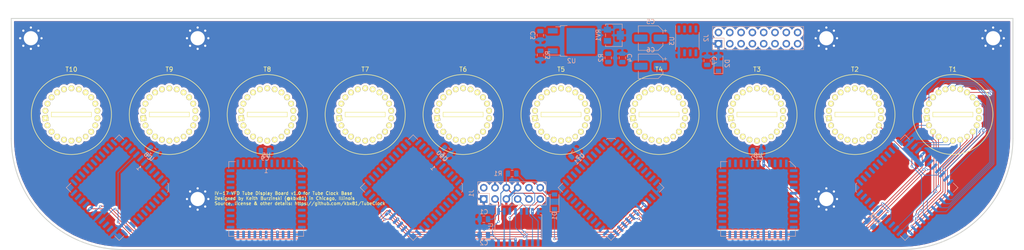
<source format=kicad_pcb>
(kicad_pcb (version 20171130) (host pcbnew "(5.1.0-0)")
  (layers (0 F.Cu signal) (31 B.Cu signal) (34 B.Paste user) (35 F.Paste user) (36 B.SilkS user) (37 F.SilkS user) (38 B.Mask user) (39 F.Mask user) (44 Edge.Cuts user))
  (net 0 "")
  (net 1 +V_IN)
  (net 2 GND)
  (net 3 +V_HV)
  (net 4 +3V3)
  (net 5 DATA_OUT)
  (net 6 CLK_DB)
  (net 7 DATA_IN_DB)
  (net 8 "Net-(D1-Pad2)")
  (net 9 "Net-(C4-Pad1)")
  (net 10 FILAMENT_AC2)
  (net 11 "Net-(C5-Pad1)")
  (net 12 FILAMENT_AC1)
  (net 13 "Net-(C6-Pad1)")
  (net 14 FILAMENT_CT)
  (net 15 LOAD_DB)
  (net 16 BLANK_DB)
  (net 17 TIM_CH1N)
  (net 18 TIM_CH1)
  (net 19 "Net-(R2-Pad1)")
  (net 20 T1_A_N)
  (net 21 T1_A_D1)
  (net 22 T1_A_E)
  (net 23 T1_A_PL)
  (net 24 T1_A_F)
  (net 25 T1_A_A1)
  (net 26 T1_A_G1)
  (net 27 T1_A_H)
  (net 28 T1_A_J)
  (net 29 T1_A_K)
  (net 30 T1_A_G2)
  (net 31 T1_A_A2)
  (net 32 T1_A_B)
  (net 33 T1_A_PR)
  (net 34 T1_A_C)
  (net 35 T1_A_D2)
  (net 36 T1_A_L)
  (net 37 T1_A_M)
  (net 38 T2_A_N)
  (net 39 T2_A_D1)
  (net 40 T2_A_E)
  (net 41 T2_A_PL)
  (net 42 T2_A_F)
  (net 43 T2_A_A1)
  (net 44 T2_A_G1)
  (net 45 T2_A_H)
  (net 46 T2_A_J)
  (net 47 T2_A_K)
  (net 48 T2_A_G2)
  (net 49 T2_A_A2)
  (net 50 T2_A_B)
  (net 51 T2_A_PR)
  (net 52 T2_A_C)
  (net 53 T2_A_D2)
  (net 54 T2_A_L)
  (net 55 T2_A_M)
  (net 56 T3_A_N)
  (net 57 T3_A_D1)
  (net 58 T3_A_E)
  (net 59 T3_A_PL)
  (net 60 T3_A_F)
  (net 61 T3_A_A1)
  (net 62 T3_A_G1)
  (net 63 T3_A_H)
  (net 64 T3_A_J)
  (net 65 T3_A_K)
  (net 66 T3_A_G2)
  (net 67 T3_A_A2)
  (net 68 T3_A_B)
  (net 69 T3_A_PR)
  (net 70 T3_A_C)
  (net 71 T3_A_D2)
  (net 72 T3_A_L)
  (net 73 T3_A_M)
  (net 74 T4_A_N)
  (net 75 T4_A_D1)
  (net 76 T4_A_E)
  (net 77 T4_A_PL)
  (net 78 T4_A_F)
  (net 79 T4_A_A1)
  (net 80 T4_A_G1)
  (net 81 T4_A_H)
  (net 82 T4_A_J)
  (net 83 T4_A_K)
  (net 84 T4_A_G2)
  (net 85 T4_A_A2)
  (net 86 T4_A_B)
  (net 87 T4_A_PR)
  (net 88 T4_A_C)
  (net 89 T4_A_D2)
  (net 90 T4_A_L)
  (net 91 T4_A_M)
  (net 92 T5_A_N)
  (net 93 T5_A_D1)
  (net 94 T5_A_E)
  (net 95 T5_A_PL)
  (net 96 "Net-(T5-Pad1)")
  (net 97 T5_A_F)
  (net 98 T5_A_A1)
  (net 99 T5_A_G1)
  (net 100 T5_A_H)
  (net 101 T5_A_J)
  (net 102 T5_A_K)
  (net 103 T5_A_G2)
  (net 104 T5_A_A2)
  (net 105 T5_A_B)
  (net 106 T5_A_PR)
  (net 107 T5_A_C)
  (net 108 T5_A_D2)
  (net 109 T5_A_L)
  (net 110 T5_A_M)
  (net 111 T6_A_N)
  (net 112 T6_A_D1)
  (net 113 T6_A_E)
  (net 114 T6_A_PL)
  (net 115 T6_A_F)
  (net 116 T6_A_A1)
  (net 117 T6_A_G1)
  (net 118 T6_A_H)
  (net 119 T6_A_J)
  (net 120 T6_A_K)
  (net 121 T6_A_G2)
  (net 122 T6_A_A2)
  (net 123 T6_A_B)
  (net 124 T6_A_PR)
  (net 125 T6_A_C)
  (net 126 T6_A_D2)
  (net 127 T6_A_L)
  (net 128 T6_A_M)
  (net 129 T7_A_N)
  (net 130 T7_A_D1)
  (net 131 T7_A_E)
  (net 132 T7_A_PL)
  (net 133 "Net-(T7-Pad1)")
  (net 134 T7_A_F)
  (net 135 T7_A_A1)
  (net 136 T7_A_G1)
  (net 137 T7_A_H)
  (net 138 T7_A_J)
  (net 139 T7_A_K)
  (net 140 T7_A_G2)
  (net 141 T7_A_A2)
  (net 142 T7_A_B)
  (net 143 T7_A_PR)
  (net 144 T7_A_C)
  (net 145 T7_A_D2)
  (net 146 T7_A_L)
  (net 147 T7_A_M)
  (net 148 T8_A_N)
  (net 149 T8_A_D1)
  (net 150 T8_A_E)
  (net 151 T8_A_PL)
  (net 152 T8_A_F)
  (net 153 T8_A_A1)
  (net 154 T8_A_G1)
  (net 155 T8_A_H)
  (net 156 T8_A_J)
  (net 157 T8_A_K)
  (net 158 T8_A_G2)
  (net 159 T8_A_A2)
  (net 160 T8_A_B)
  (net 161 T8_A_PR)
  (net 162 T8_A_C)
  (net 163 T8_A_D2)
  (net 164 T8_A_L)
  (net 165 T8_A_M)
  (net 166 T9_A_N)
  (net 167 T9_A_D1)
  (net 168 T9_A_E)
  (net 169 T9_A_PL)
  (net 170 "Net-(T10-Pad11)")
  (net 171 T9_A_F)
  (net 172 T9_A_A1)
  (net 173 T9_A_G1)
  (net 174 T9_A_H)
  (net 175 T9_A_J)
  (net 176 T9_A_K)
  (net 177 T9_A_G2)
  (net 178 T9_A_A2)
  (net 179 T9_A_B)
  (net 180 T9_A_PR)
  (net 181 T9_A_C)
  (net 182 T9_A_D2)
  (net 183 T9_A_L)
  (net 184 T9_A_M)
  (net 185 T10_A_N)
  (net 186 T10_A_D1)
  (net 187 T10_A_E)
  (net 188 T10_A_PL)
  (net 189 T10_A_F)
  (net 190 T10_A_A1)
  (net 191 T10_A_G1)
  (net 192 T10_A_H)
  (net 193 T10_A_J)
  (net 194 T10_A_K)
  (net 195 T10_A_G2)
  (net 196 T10_A_A2)
  (net 197 T10_A_B)
  (net 198 T10_A_PR)
  (net 199 T10_A_C)
  (net 200 T10_A_D2)
  (net 201 T10_A_L)
  (net 202 T10_A_M)
  (net 203 DATA_IN)
  (net 204 CLK)
  (net 205 BLANK)
  (net 206 LOAD)
  (net 207 DATA_THROUGH1)
  (net 208 DATA_THROUGH2)
  (net 209 DATA_THROUGH3)
  (net 210 DATA_THROUGH4)
  (net 211 DATA_THROUGH5)
  (net 212 "Net-(T1-Pad1)")
  (module Package_LCC:PLCC-44_16.6x16.6mm_P1.27mm (layer B.Cu) (at 170.9674 114.2746 225)
    (fp_text reference U7 (at 0 9.8 225) (layer B.SilkS) (effects (justify mirror)))
    (fp_text value MAX6934)
    (pad 1 smd roundrect (at 0 8 225) (size 0.6 1.7) (layers B.Cu B.Paste B.Mask) (net 3 +V_HV))
    (pad 2 smd roundrect (at -1.27 8 225) (size 0.6 1.7) (layers B.Cu B.Paste B.Mask) (net 210 DATA_THROUGH4))
    (pad 3 smd roundrect (at -2.54 8 225) (size 0.6 1.7) (layers B.Cu B.Paste B.Mask) (net 67 T3_A_A2))
    (pad 4 smd roundrect (at -3.81 8 225) (size 0.6 1.7) (layers B.Cu B.Paste B.Mask) (net 61 T3_A_A1))
    (pad 5 smd roundrect (at -5.08 8 225) (size 0.6 1.7) (layers B.Cu B.Paste B.Mask) (net 87 T4_A_PR))
    (pad 6 smd roundrect (at -6.35 8 225) (size 0.6 1.7) (layers B.Cu B.Paste B.Mask))
    (pad 7 smd roundrect (at -8 6.35 225) (size 1.7 0.6) (layers B.Cu B.Paste B.Mask) (net 77 T4_A_PL))
    (pad 8 smd roundrect (at -8 5.08 225) (size 1.7 0.6) (layers B.Cu B.Paste B.Mask) (net 74 T4_A_N))
    (pad 9 smd roundrect (at -8 3.81 225) (size 1.7 0.6) (layers B.Cu B.Paste B.Mask) (net 91 T4_A_M))
    (pad 10 smd roundrect (at -8 2.54 225) (size 1.7 0.6) (layers B.Cu B.Paste B.Mask) (net 90 T4_A_L))
    (pad 11 smd roundrect (at -8 1.27 225) (size 1.7 0.6) (layers B.Cu B.Paste B.Mask) (net 83 T4_A_K))
    (pad 12 smd roundrect (at -8 0 225) (size 1.7 0.6) (layers B.Cu B.Paste B.Mask) (net 82 T4_A_J))
    (pad 13 smd roundrect (at -8 -1.27 225) (size 1.7 0.6) (layers B.Cu B.Paste B.Mask) (net 81 T4_A_H))
    (pad 14 smd roundrect (at -8 -2.54 225) (size 1.7 0.6) (layers B.Cu B.Paste B.Mask) (net 84 T4_A_G2))
    (pad 15 smd roundrect (at -8 -3.81 225) (size 1.7 0.6) (layers B.Cu B.Paste B.Mask) (net 80 T4_A_G1))
    (pad 16 smd roundrect (at -8 -5.08 225) (size 1.7 0.6) (layers B.Cu B.Paste B.Mask) (net 78 T4_A_F))
    (pad 17 smd roundrect (at -8 -6.35 225) (size 1.7 0.6) (layers B.Cu B.Paste B.Mask) (net 76 T4_A_E))
    (pad 18 smd roundrect (at -6.35 -8 225) (size 0.6 1.7) (layers B.Cu B.Paste B.Mask) (net 2 GND))
    (pad 19 smd roundrect (at -5.08 -8 225) (size 0.6 1.7) (layers B.Cu B.Paste B.Mask) (net 75 T4_A_D1))
    (pad 20 smd roundrect (at -3.81 -8 225) (size 0.6 1.7) (layers B.Cu B.Paste B.Mask) (net 89 T4_A_D2))
    (pad 21 smd roundrect (at -2.54 -8 225) (size 0.6 1.7) (layers B.Cu B.Paste B.Mask) (net 205 BLANK))
    (pad 22 smd roundrect (at -1.27 -8 225) (size 0.6 1.7) (layers B.Cu B.Paste B.Mask) (net 2 GND))
    (pad 23 smd roundrect (at 0 -8 225) (size 0.6 1.7) (layers B.Cu B.Paste B.Mask) (net 204 CLK))
    (pad 24 smd roundrect (at 1.27 -8 225) (size 0.6 1.7) (layers B.Cu B.Paste B.Mask) (net 206 LOAD))
    (pad 25 smd roundrect (at 2.54 -8 225) (size 0.6 1.7) (layers B.Cu B.Paste B.Mask) (net 88 T4_A_C))
    (pad 26 smd roundrect (at 3.81 -8 225) (size 0.6 1.7) (layers B.Cu B.Paste B.Mask) (net 86 T4_A_B))
    (pad 27 smd roundrect (at 5.08 -8 225) (size 0.6 1.7) (layers B.Cu B.Paste B.Mask) (net 85 T4_A_A2))
    (pad 28 smd roundrect (at 6.35 -8 225) (size 0.6 1.7) (layers B.Cu B.Paste B.Mask))
    (pad 29 smd roundrect (at 8 -6.35 225) (size 1.7 0.6) (layers B.Cu B.Paste B.Mask))
    (pad 30 smd roundrect (at 8 -5.08 225) (size 1.7 0.6) (layers B.Cu B.Paste B.Mask) (net 79 T4_A_A1))
    (pad 31 smd roundrect (at 8 -3.81 225) (size 1.7 0.6) (layers B.Cu B.Paste B.Mask) (net 106 T5_A_PR))
    (pad 32 smd roundrect (at 8 -2.54 225) (size 1.7 0.6) (layers B.Cu B.Paste B.Mask) (net 95 T5_A_PL))
    (pad 33 smd roundrect (at 8 -1.27 225) (size 1.7 0.6) (layers B.Cu B.Paste B.Mask) (net 92 T5_A_N))
    (pad 34 smd roundrect (at 8 0 225) (size 1.7 0.6) (layers B.Cu B.Paste B.Mask) (net 110 T5_A_M))
    (pad 35 smd roundrect (at 8 1.27 225) (size 1.7 0.6) (layers B.Cu B.Paste B.Mask) (net 109 T5_A_L))
    (pad 36 smd roundrect (at 8 2.54 225) (size 1.7 0.6) (layers B.Cu B.Paste B.Mask) (net 102 T5_A_K))
    (pad 37 smd roundrect (at 8 3.81 225) (size 1.7 0.6) (layers B.Cu B.Paste B.Mask) (net 101 T5_A_J))
    (pad 38 smd roundrect (at 8 5.08 225) (size 1.7 0.6) (layers B.Cu B.Paste B.Mask) (net 100 T5_A_H))
    (pad 39 smd roundrect (at 8 6.35 225) (size 1.7 0.6) (layers B.Cu B.Paste B.Mask) (net 103 T5_A_G2))
    (pad 40 smd roundrect (at 6.35 8 225) (size 0.6 1.7) (layers B.Cu B.Paste B.Mask) (net 99 T5_A_G1))
    (pad 41 smd roundrect (at 5.08 8 225) (size 0.6 1.7) (layers B.Cu B.Paste B.Mask) (net 97 T5_A_F))
    (pad 42 smd roundrect (at 3.81 8 225) (size 0.6 1.7) (layers B.Cu B.Paste B.Mask) (net 94 T5_A_E))
    (pad 43 smd roundrect (at 2.54 8 225) (size 0.6 1.7) (layers B.Cu B.Paste B.Mask) (net 209 DATA_THROUGH3))
    (pad 44 smd roundrect (at 1.27 8 225) (size 0.6 1.7) (layers B.Cu B.Paste B.Mask) (net 1 +V_IN))
  )
  (module Package_SO:SOIC-16W_5.3x10.2mm_P1.27mm (layer B.Cu) (at 150.1394 123.1646 270)
    (fp_text reference U1 (at 0 6.2 270) (layer B.SilkS) (effects (justify mirror)))
    (fp_text value CD40109B)
    (pad 1 smd rect (at -3.55 4.445 270) (size 1.5 0.6) (layers B.Cu B.Paste B.Mask) (net 4 +3V3))
    (pad 2 smd rect (at -3.55 3.175 270) (size 1.5 0.6) (layers B.Cu B.Paste B.Mask) (net 4 +3V3))
    (pad 3 smd rect (at -3.55 1.905 270) (size 1.5 0.6) (layers B.Cu B.Paste B.Mask) (net 15 LOAD_DB))
    (pad 4 smd rect (at -3.55 0.635 270) (size 1.5 0.6) (layers B.Cu B.Paste B.Mask) (net 206 LOAD))
    (pad 5 smd rect (at -3.55 -0.635 270) (size 1.5 0.6) (layers B.Cu B.Paste B.Mask) (net 205 BLANK))
    (pad 6 smd rect (at -3.55 -1.905 270) (size 1.5 0.6) (layers B.Cu B.Paste B.Mask) (net 16 BLANK_DB))
    (pad 7 smd rect (at -3.55 -3.175 270) (size 1.5 0.6) (layers B.Cu B.Paste B.Mask) (net 4 +3V3))
    (pad 8 smd rect (at -3.55 -4.445 270) (size 1.5 0.6) (layers B.Cu B.Paste B.Mask) (net 2 GND))
    (pad 9 smd rect (at 3.55 -4.445 270) (size 1.5 0.6) (layers B.Cu B.Paste B.Mask) (net 4 +3V3))
    (pad 10 smd rect (at 3.55 -3.175 270) (size 1.5 0.6) (layers B.Cu B.Paste B.Mask) (net 6 CLK_DB))
    (pad 11 smd rect (at 3.55 -1.905 270) (size 1.5 0.6) (layers B.Cu B.Paste B.Mask) (net 204 CLK))
    (pad 12 smd rect (at 3.55 -0.635 270) (size 1.5 0.6) (layers B.Cu B.Paste B.Mask))
    (pad 13 smd rect (at 3.55 0.635 270) (size 1.5 0.6) (layers B.Cu B.Paste B.Mask) (net 203 DATA_IN))
    (pad 14 smd rect (at 3.55 1.905 270) (size 1.5 0.6) (layers B.Cu B.Paste B.Mask) (net 7 DATA_IN_DB))
    (pad 15 smd rect (at 3.55 3.175 270) (size 1.5 0.6) (layers B.Cu B.Paste B.Mask) (net 4 +3V3))
    (pad 16 smd rect (at 3.55 4.445 270) (size 1.5 0.6) (layers B.Cu B.Paste B.Mask) (net 1 +V_IN))
  )
  (module Package_LCC:PLCC-44_16.6x16.6mm_P1.27mm (layer B.Cu) (at 60.4774 114.2746 135)
    (fp_text reference U4 (at 0 9.8 135) (layer B.SilkS) (effects (justify mirror)))
    (fp_text value MAX6934)
    (pad 1 smd roundrect (at 0 8 135) (size 0.6 1.7) (layers B.Cu B.Paste B.Mask) (net 3 +V_HV))
    (pad 2 smd roundrect (at -1.27 8 135) (size 0.6 1.7) (layers B.Cu B.Paste B.Mask) (net 207 DATA_THROUGH1))
    (pad 3 smd roundrect (at -2.54 8 135) (size 0.6 1.7) (layers B.Cu B.Paste B.Mask) (net 183 T9_A_L))
    (pad 4 smd roundrect (at -3.81 8 135) (size 0.6 1.7) (layers B.Cu B.Paste B.Mask) (net 176 T9_A_K))
    (pad 5 smd roundrect (at -5.08 8 135) (size 0.6 1.7) (layers B.Cu B.Paste B.Mask) (net 175 T9_A_J))
    (pad 6 smd roundrect (at -6.35 8 135) (size 0.6 1.7) (layers B.Cu B.Paste B.Mask))
    (pad 7 smd roundrect (at -8 6.35 135) (size 1.7 0.6) (layers B.Cu B.Paste B.Mask) (net 174 T9_A_H))
    (pad 8 smd roundrect (at -8 5.08 135) (size 1.7 0.6) (layers B.Cu B.Paste B.Mask) (net 177 T9_A_G2))
    (pad 9 smd roundrect (at -8 3.81 135) (size 1.7 0.6) (layers B.Cu B.Paste B.Mask) (net 173 T9_A_G1))
    (pad 10 smd roundrect (at -8 2.54 135) (size 1.7 0.6) (layers B.Cu B.Paste B.Mask) (net 171 T9_A_F))
    (pad 11 smd roundrect (at -8 1.27 135) (size 1.7 0.6) (layers B.Cu B.Paste B.Mask) (net 168 T9_A_E))
    (pad 12 smd roundrect (at -8 0 135) (size 1.7 0.6) (layers B.Cu B.Paste B.Mask) (net 167 T9_A_D1))
    (pad 13 smd roundrect (at -8 -1.27 135) (size 1.7 0.6) (layers B.Cu B.Paste B.Mask) (net 182 T9_A_D2))
    (pad 14 smd roundrect (at -8 -2.54 135) (size 1.7 0.6) (layers B.Cu B.Paste B.Mask) (net 181 T9_A_C))
    (pad 15 smd roundrect (at -8 -3.81 135) (size 1.7 0.6) (layers B.Cu B.Paste B.Mask) (net 179 T9_A_B))
    (pad 16 smd roundrect (at -8 -5.08 135) (size 1.7 0.6) (layers B.Cu B.Paste B.Mask) (net 178 T9_A_A2))
    (pad 17 smd roundrect (at -8 -6.35 135) (size 1.7 0.6) (layers B.Cu B.Paste B.Mask) (net 172 T9_A_A1))
    (pad 18 smd roundrect (at -6.35 -8 135) (size 0.6 1.7) (layers B.Cu B.Paste B.Mask) (net 2 GND))
    (pad 19 smd roundrect (at -5.08 -8 135) (size 0.6 1.7) (layers B.Cu B.Paste B.Mask) (net 198 T10_A_PR))
    (pad 20 smd roundrect (at -3.81 -8 135) (size 0.6 1.7) (layers B.Cu B.Paste B.Mask) (net 188 T10_A_PL))
    (pad 21 smd roundrect (at -2.54 -8 135) (size 0.6 1.7) (layers B.Cu B.Paste B.Mask) (net 205 BLANK))
    (pad 22 smd roundrect (at -1.27 -8 135) (size 0.6 1.7) (layers B.Cu B.Paste B.Mask) (net 2 GND))
    (pad 23 smd roundrect (at 0 -8 135) (size 0.6 1.7) (layers B.Cu B.Paste B.Mask) (net 204 CLK))
    (pad 24 smd roundrect (at 1.27 -8 135) (size 0.6 1.7) (layers B.Cu B.Paste B.Mask) (net 206 LOAD))
    (pad 25 smd roundrect (at 2.54 -8 135) (size 0.6 1.7) (layers B.Cu B.Paste B.Mask) (net 185 T10_A_N))
    (pad 26 smd roundrect (at 3.81 -8 135) (size 0.6 1.7) (layers B.Cu B.Paste B.Mask) (net 202 T10_A_M))
    (pad 27 smd roundrect (at 5.08 -8 135) (size 0.6 1.7) (layers B.Cu B.Paste B.Mask) (net 201 T10_A_L))
    (pad 28 smd roundrect (at 6.35 -8 135) (size 0.6 1.7) (layers B.Cu B.Paste B.Mask))
    (pad 29 smd roundrect (at 8 -6.35 135) (size 1.7 0.6) (layers B.Cu B.Paste B.Mask))
    (pad 30 smd roundrect (at 8 -5.08 135) (size 1.7 0.6) (layers B.Cu B.Paste B.Mask) (net 194 T10_A_K))
    (pad 31 smd roundrect (at 8 -3.81 135) (size 1.7 0.6) (layers B.Cu B.Paste B.Mask) (net 193 T10_A_J))
    (pad 32 smd roundrect (at 8 -2.54 135) (size 1.7 0.6) (layers B.Cu B.Paste B.Mask) (net 192 T10_A_H))
    (pad 33 smd roundrect (at 8 -1.27 135) (size 1.7 0.6) (layers B.Cu B.Paste B.Mask) (net 195 T10_A_G2))
    (pad 34 smd roundrect (at 8 0 135) (size 1.7 0.6) (layers B.Cu B.Paste B.Mask) (net 191 T10_A_G1))
    (pad 35 smd roundrect (at 8 1.27 135) (size 1.7 0.6) (layers B.Cu B.Paste B.Mask) (net 189 T10_A_F))
    (pad 36 smd roundrect (at 8 2.54 135) (size 1.7 0.6) (layers B.Cu B.Paste B.Mask) (net 187 T10_A_E))
    (pad 37 smd roundrect (at 8 3.81 135) (size 1.7 0.6) (layers B.Cu B.Paste B.Mask) (net 186 T10_A_D1))
    (pad 38 smd roundrect (at 8 5.08 135) (size 1.7 0.6) (layers B.Cu B.Paste B.Mask) (net 200 T10_A_D2))
    (pad 39 smd roundrect (at 8 6.35 135) (size 1.7 0.6) (layers B.Cu B.Paste B.Mask) (net 199 T10_A_C))
    (pad 40 smd roundrect (at 6.35 8 135) (size 0.6 1.7) (layers B.Cu B.Paste B.Mask) (net 197 T10_A_B))
    (pad 41 smd roundrect (at 5.08 8 135) (size 0.6 1.7) (layers B.Cu B.Paste B.Mask) (net 196 T10_A_A2))
    (pad 42 smd roundrect (at 3.81 8 135) (size 0.6 1.7) (layers B.Cu B.Paste B.Mask) (net 190 T10_A_A1))
    (pad 43 smd roundrect (at 2.54 8 135) (size 0.6 1.7) (layers B.Cu B.Paste B.Mask) (net 203 DATA_IN))
    (pad 44 smd roundrect (at 1.27 8 135) (size 0.6 1.7) (layers B.Cu B.Paste B.Mask) (net 1 +V_IN))
  )
  (module Connector_PinSocket_2.54mm:PinSocket_2x08_P2.54mm_Vertical (layer B.Cu) (at 195.0974 81.8896 270)
    (fp_text reference J2 (at -1.27 2.77 270) (layer B.SilkS) (effects (justify mirror)))
    (fp_text value Conn_02x08_Odd_Even)
    (pad 16 thru_hole oval (at -2.54 -17.78 270) (size 1.7 1.7) (drill 1) (layers *.Cu *.Mask))
    (pad 15 thru_hole oval (at 0 -17.78 270) (size 1.7 1.7) (drill 1) (layers *.Cu *.Mask))
    (pad 14 thru_hole oval (at -2.54 -15.24 270) (size 1.7 1.7) (drill 1) (layers *.Cu *.Mask))
    (pad 13 thru_hole oval (at 0 -15.24 270) (size 1.7 1.7) (drill 1) (layers *.Cu *.Mask))
    (pad 12 thru_hole oval (at -2.54 -12.7 270) (size 1.7 1.7) (drill 1) (layers *.Cu *.Mask) (net 17 TIM_CH1N))
    (pad 11 thru_hole oval (at 0 -12.7 270) (size 1.7 1.7) (drill 1) (layers *.Cu *.Mask))
    (pad 10 thru_hole oval (at -2.54 -10.16 270) (size 1.7 1.7) (drill 1) (layers *.Cu *.Mask))
    (pad 9 thru_hole oval (at 0 -10.16 270) (size 1.7 1.7) (drill 1) (layers *.Cu *.Mask))
    (pad 8 thru_hole oval (at -2.54 -7.62 270) (size 1.7 1.7) (drill 1) (layers *.Cu *.Mask))
    (pad 7 thru_hole oval (at 0 -7.62 270) (size 1.7 1.7) (drill 1) (layers *.Cu *.Mask) (net 18 TIM_CH1))
    (pad 6 thru_hole oval (at -2.54 -5.08 270) (size 1.7 1.7) (drill 1) (layers *.Cu *.Mask))
    (pad 5 thru_hole oval (at 0 -5.08 270) (size 1.7 1.7) (drill 1) (layers *.Cu *.Mask))
    (pad 4 thru_hole oval (at -2.54 -2.54 270) (size 1.7 1.7) (drill 1) (layers *.Cu *.Mask))
    (pad 3 thru_hole oval (at 0 -2.54 270) (size 1.7 1.7) (drill 1) (layers *.Cu *.Mask))
    (pad 2 thru_hole oval (at -2.54 0 270) (size 1.7 1.7) (drill 1) (layers *.Cu *.Mask))
    (pad 1 thru_hole rect (at 0 0 270) (size 1.7 1.7) (drill 1) (layers *.Cu *.Mask) (net 2 GND))
  )
  (module Package_LCC:PLCC-44_16.6x16.6mm_P1.27mm (layer B.Cu) (at 237.0074 114.2746 315)
    (fp_text reference U9 (at 0 9.8 315) (layer B.SilkS) (effects (justify mirror)))
    (fp_text value MAX6934)
    (pad 1 smd roundrect (at 0 8 315) (size 0.6 1.7) (layers B.Cu B.Paste B.Mask) (net 3 +V_HV))
    (pad 2 smd roundrect (at -1.27 8 315) (size 0.6 1.7) (layers B.Cu B.Paste B.Mask) (net 5 DATA_OUT))
    (pad 3 smd roundrect (at -2.54 8 315) (size 0.6 1.7) (layers B.Cu B.Paste B.Mask))
    (pad 4 smd roundrect (at -3.81 8 315) (size 0.6 1.7) (layers B.Cu B.Paste B.Mask))
    (pad 5 smd roundrect (at -5.08 8 315) (size 0.6 1.7) (layers B.Cu B.Paste B.Mask))
    (pad 6 smd roundrect (at -6.35 8 315) (size 0.6 1.7) (layers B.Cu B.Paste B.Mask))
    (pad 7 smd roundrect (at -8 6.35 315) (size 1.7 0.6) (layers B.Cu B.Paste B.Mask))
    (pad 8 smd roundrect (at -8 5.08 315) (size 1.7 0.6) (layers B.Cu B.Paste B.Mask))
    (pad 9 smd roundrect (at -8 3.81 315) (size 1.7 0.6) (layers B.Cu B.Paste B.Mask))
    (pad 10 smd roundrect (at -8 2.54 315) (size 1.7 0.6) (layers B.Cu B.Paste B.Mask))
    (pad 11 smd roundrect (at -8 1.27 315) (size 1.7 0.6) (layers B.Cu B.Paste B.Mask))
    (pad 12 smd roundrect (at -8 0 315) (size 1.7 0.6) (layers B.Cu B.Paste B.Mask))
    (pad 13 smd roundrect (at -8 -1.27 315) (size 1.7 0.6) (layers B.Cu B.Paste B.Mask))
    (pad 14 smd roundrect (at -8 -2.54 315) (size 1.7 0.6) (layers B.Cu B.Paste B.Mask))
    (pad 15 smd roundrect (at -8 -3.81 315) (size 1.7 0.6) (layers B.Cu B.Paste B.Mask))
    (pad 16 smd roundrect (at -8 -5.08 315) (size 1.7 0.6) (layers B.Cu B.Paste B.Mask) (net 33 T1_A_PR))
    (pad 17 smd roundrect (at -8 -6.35 315) (size 1.7 0.6) (layers B.Cu B.Paste B.Mask) (net 23 T1_A_PL))
    (pad 18 smd roundrect (at -6.35 -8 315) (size 0.6 1.7) (layers B.Cu B.Paste B.Mask) (net 2 GND))
    (pad 19 smd roundrect (at -5.08 -8 315) (size 0.6 1.7) (layers B.Cu B.Paste B.Mask) (net 20 T1_A_N))
    (pad 20 smd roundrect (at -3.81 -8 315) (size 0.6 1.7) (layers B.Cu B.Paste B.Mask) (net 37 T1_A_M))
    (pad 21 smd roundrect (at -2.54 -8 315) (size 0.6 1.7) (layers B.Cu B.Paste B.Mask) (net 205 BLANK))
    (pad 22 smd roundrect (at -1.27 -8 315) (size 0.6 1.7) (layers B.Cu B.Paste B.Mask) (net 2 GND))
    (pad 23 smd roundrect (at 0 -8 315) (size 0.6 1.7) (layers B.Cu B.Paste B.Mask) (net 204 CLK))
    (pad 24 smd roundrect (at 1.27 -8 315) (size 0.6 1.7) (layers B.Cu B.Paste B.Mask) (net 206 LOAD))
    (pad 25 smd roundrect (at 2.54 -8 315) (size 0.6 1.7) (layers B.Cu B.Paste B.Mask) (net 36 T1_A_L))
    (pad 26 smd roundrect (at 3.81 -8 315) (size 0.6 1.7) (layers B.Cu B.Paste B.Mask) (net 29 T1_A_K))
    (pad 27 smd roundrect (at 5.08 -8 315) (size 0.6 1.7) (layers B.Cu B.Paste B.Mask) (net 28 T1_A_J))
    (pad 28 smd roundrect (at 6.35 -8 315) (size 0.6 1.7) (layers B.Cu B.Paste B.Mask))
    (pad 29 smd roundrect (at 8 -6.35 315) (size 1.7 0.6) (layers B.Cu B.Paste B.Mask))
    (pad 30 smd roundrect (at 8 -5.08 315) (size 1.7 0.6) (layers B.Cu B.Paste B.Mask) (net 27 T1_A_H))
    (pad 31 smd roundrect (at 8 -3.81 315) (size 1.7 0.6) (layers B.Cu B.Paste B.Mask) (net 30 T1_A_G2))
    (pad 32 smd roundrect (at 8 -2.54 315) (size 1.7 0.6) (layers B.Cu B.Paste B.Mask) (net 26 T1_A_G1))
    (pad 33 smd roundrect (at 8 -1.27 315) (size 1.7 0.6) (layers B.Cu B.Paste B.Mask) (net 24 T1_A_F))
    (pad 34 smd roundrect (at 8 0 315) (size 1.7 0.6) (layers B.Cu B.Paste B.Mask) (net 22 T1_A_E))
    (pad 35 smd roundrect (at 8 1.27 315) (size 1.7 0.6) (layers B.Cu B.Paste B.Mask) (net 21 T1_A_D1))
    (pad 36 smd roundrect (at 8 2.54 315) (size 1.7 0.6) (layers B.Cu B.Paste B.Mask) (net 35 T1_A_D2))
    (pad 37 smd roundrect (at 8 3.81 315) (size 1.7 0.6) (layers B.Cu B.Paste B.Mask) (net 34 T1_A_C))
    (pad 38 smd roundrect (at 8 5.08 315) (size 1.7 0.6) (layers B.Cu B.Paste B.Mask) (net 32 T1_A_B))
    (pad 39 smd roundrect (at 8 6.35 315) (size 1.7 0.6) (layers B.Cu B.Paste B.Mask) (net 31 T1_A_A2))
    (pad 40 smd roundrect (at 6.35 8 315) (size 0.6 1.7) (layers B.Cu B.Paste B.Mask) (net 25 T1_A_A1))
    (pad 41 smd roundrect (at 5.08 8 315) (size 0.6 1.7) (layers B.Cu B.Paste B.Mask) (net 51 T2_A_PR))
    (pad 42 smd roundrect (at 3.81 8 315) (size 0.6 1.7) (layers B.Cu B.Paste B.Mask) (net 41 T2_A_PL))
    (pad 43 smd roundrect (at 2.54 8 315) (size 0.6 1.7) (layers B.Cu B.Paste B.Mask) (net 211 DATA_THROUGH5))
    (pad 44 smd roundrect (at 1.27 8 315) (size 0.6 1.7) (layers B.Cu B.Paste B.Mask) (net 1 +V_IN))
  )
  (module Package_LCC:PLCC-44_16.6x16.6mm_P1.27mm (layer B.Cu) (at 203.9874 116.8146 180)
    (fp_text reference U8 (at 0 9.8 180) (layer B.SilkS) (effects (justify mirror)))
    (fp_text value MAX6934)
    (pad 1 smd roundrect (at 0 8 180) (size 0.6 1.7) (layers B.Cu B.Paste B.Mask) (net 3 +V_HV))
    (pad 2 smd roundrect (at -1.27 8 180) (size 0.6 1.7) (layers B.Cu B.Paste B.Mask) (net 211 DATA_THROUGH5))
    (pad 3 smd roundrect (at -2.54 8 180) (size 0.6 1.7) (layers B.Cu B.Paste B.Mask) (net 38 T2_A_N))
    (pad 4 smd roundrect (at -3.81 8 180) (size 0.6 1.7) (layers B.Cu B.Paste B.Mask) (net 55 T2_A_M))
    (pad 5 smd roundrect (at -5.08 8 180) (size 0.6 1.7) (layers B.Cu B.Paste B.Mask) (net 54 T2_A_L))
    (pad 6 smd roundrect (at -6.35 8 180) (size 0.6 1.7) (layers B.Cu B.Paste B.Mask))
    (pad 7 smd roundrect (at -8 6.35 180) (size 1.7 0.6) (layers B.Cu B.Paste B.Mask) (net 47 T2_A_K))
    (pad 8 smd roundrect (at -8 5.08 180) (size 1.7 0.6) (layers B.Cu B.Paste B.Mask) (net 46 T2_A_J))
    (pad 9 smd roundrect (at -8 3.81 180) (size 1.7 0.6) (layers B.Cu B.Paste B.Mask) (net 45 T2_A_H))
    (pad 10 smd roundrect (at -8 2.54 180) (size 1.7 0.6) (layers B.Cu B.Paste B.Mask) (net 48 T2_A_G2))
    (pad 11 smd roundrect (at -8 1.27 180) (size 1.7 0.6) (layers B.Cu B.Paste B.Mask) (net 44 T2_A_G1))
    (pad 12 smd roundrect (at -8 0 180) (size 1.7 0.6) (layers B.Cu B.Paste B.Mask) (net 42 T2_A_F))
    (pad 13 smd roundrect (at -8 -1.27 180) (size 1.7 0.6) (layers B.Cu B.Paste B.Mask) (net 40 T2_A_E))
    (pad 14 smd roundrect (at -8 -2.54 180) (size 1.7 0.6) (layers B.Cu B.Paste B.Mask) (net 39 T2_A_D1))
    (pad 15 smd roundrect (at -8 -3.81 180) (size 1.7 0.6) (layers B.Cu B.Paste B.Mask) (net 53 T2_A_D2))
    (pad 16 smd roundrect (at -8 -5.08 180) (size 1.7 0.6) (layers B.Cu B.Paste B.Mask) (net 52 T2_A_C))
    (pad 17 smd roundrect (at -8 -6.35 180) (size 1.7 0.6) (layers B.Cu B.Paste B.Mask) (net 50 T2_A_B))
    (pad 18 smd roundrect (at -6.35 -8 180) (size 0.6 1.7) (layers B.Cu B.Paste B.Mask) (net 2 GND))
    (pad 19 smd roundrect (at -5.08 -8 180) (size 0.6 1.7) (layers B.Cu B.Paste B.Mask) (net 49 T2_A_A2))
    (pad 20 smd roundrect (at -3.81 -8 180) (size 0.6 1.7) (layers B.Cu B.Paste B.Mask) (net 43 T2_A_A1))
    (pad 21 smd roundrect (at -2.54 -8 180) (size 0.6 1.7) (layers B.Cu B.Paste B.Mask) (net 205 BLANK))
    (pad 22 smd roundrect (at -1.27 -8 180) (size 0.6 1.7) (layers B.Cu B.Paste B.Mask) (net 2 GND))
    (pad 23 smd roundrect (at 0 -8 180) (size 0.6 1.7) (layers B.Cu B.Paste B.Mask) (net 204 CLK))
    (pad 24 smd roundrect (at 1.27 -8 180) (size 0.6 1.7) (layers B.Cu B.Paste B.Mask) (net 206 LOAD))
    (pad 25 smd roundrect (at 2.54 -8 180) (size 0.6 1.7) (layers B.Cu B.Paste B.Mask) (net 69 T3_A_PR))
    (pad 26 smd roundrect (at 3.81 -8 180) (size 0.6 1.7) (layers B.Cu B.Paste B.Mask) (net 59 T3_A_PL))
    (pad 27 smd roundrect (at 5.08 -8 180) (size 0.6 1.7) (layers B.Cu B.Paste B.Mask) (net 56 T3_A_N))
    (pad 28 smd roundrect (at 6.35 -8 180) (size 0.6 1.7) (layers B.Cu B.Paste B.Mask))
    (pad 29 smd roundrect (at 8 -6.35 180) (size 1.7 0.6) (layers B.Cu B.Paste B.Mask))
    (pad 30 smd roundrect (at 8 -5.08 180) (size 1.7 0.6) (layers B.Cu B.Paste B.Mask) (net 73 T3_A_M))
    (pad 31 smd roundrect (at 8 -3.81 180) (size 1.7 0.6) (layers B.Cu B.Paste B.Mask) (net 72 T3_A_L))
    (pad 32 smd roundrect (at 8 -2.54 180) (size 1.7 0.6) (layers B.Cu B.Paste B.Mask) (net 65 T3_A_K))
    (pad 33 smd roundrect (at 8 -1.27 180) (size 1.7 0.6) (layers B.Cu B.Paste B.Mask) (net 64 T3_A_J))
    (pad 34 smd roundrect (at 8 0 180) (size 1.7 0.6) (layers B.Cu B.Paste B.Mask) (net 63 T3_A_H))
    (pad 35 smd roundrect (at 8 1.27 180) (size 1.7 0.6) (layers B.Cu B.Paste B.Mask) (net 66 T3_A_G2))
    (pad 36 smd roundrect (at 8 2.54 180) (size 1.7 0.6) (layers B.Cu B.Paste B.Mask) (net 62 T3_A_G1))
    (pad 37 smd roundrect (at 8 3.81 180) (size 1.7 0.6) (layers B.Cu B.Paste B.Mask) (net 60 T3_A_F))
    (pad 38 smd roundrect (at 8 5.08 180) (size 1.7 0.6) (layers B.Cu B.Paste B.Mask) (net 58 T3_A_E))
    (pad 39 smd roundrect (at 8 6.35 180) (size 1.7 0.6) (layers B.Cu B.Paste B.Mask) (net 57 T3_A_D1))
    (pad 40 smd roundrect (at 6.35 8 180) (size 0.6 1.7) (layers B.Cu B.Paste B.Mask) (net 71 T3_A_D2))
    (pad 41 smd roundrect (at 5.08 8 180) (size 0.6 1.7) (layers B.Cu B.Paste B.Mask) (net 70 T3_A_C))
    (pad 42 smd roundrect (at 3.81 8 180) (size 0.6 1.7) (layers B.Cu B.Paste B.Mask) (net 68 T3_A_B))
    (pad 43 smd roundrect (at 2.54 8 180) (size 0.6 1.7) (layers B.Cu B.Paste B.Mask) (net 210 DATA_THROUGH4))
    (pad 44 smd roundrect (at 1.27 8 180) (size 0.6 1.7) (layers B.Cu B.Paste B.Mask) (net 1 +V_IN))
  )
  (module Package_LCC:PLCC-44_16.6x16.6mm_P1.27mm (layer B.Cu) (at 126.5174 114.2746 135)
    (fp_text reference U6 (at 0 9.8 135) (layer B.SilkS) (effects (justify mirror)))
    (fp_text value MAX6934)
    (pad 1 smd roundrect (at 0 8 135) (size 0.6 1.7) (layers B.Cu B.Paste B.Mask) (net 3 +V_HV))
    (pad 2 smd roundrect (at -1.27 8 135) (size 0.6 1.7) (layers B.Cu B.Paste B.Mask) (net 209 DATA_THROUGH3))
    (pad 3 smd roundrect (at -2.54 8 135) (size 0.6 1.7) (layers B.Cu B.Paste B.Mask) (net 93 T5_A_D1))
    (pad 4 smd roundrect (at -3.81 8 135) (size 0.6 1.7) (layers B.Cu B.Paste B.Mask) (net 108 T5_A_D2))
    (pad 5 smd roundrect (at -5.08 8 135) (size 0.6 1.7) (layers B.Cu B.Paste B.Mask) (net 107 T5_A_C))
    (pad 6 smd roundrect (at -6.35 8 135) (size 0.6 1.7) (layers B.Cu B.Paste B.Mask))
    (pad 7 smd roundrect (at -8 6.35 135) (size 1.7 0.6) (layers B.Cu B.Paste B.Mask) (net 105 T5_A_B))
    (pad 8 smd roundrect (at -8 5.08 135) (size 1.7 0.6) (layers B.Cu B.Paste B.Mask) (net 104 T5_A_A2))
    (pad 9 smd roundrect (at -8 3.81 135) (size 1.7 0.6) (layers B.Cu B.Paste B.Mask) (net 98 T5_A_A1))
    (pad 10 smd roundrect (at -8 2.54 135) (size 1.7 0.6) (layers B.Cu B.Paste B.Mask) (net 124 T6_A_PR))
    (pad 11 smd roundrect (at -8 1.27 135) (size 1.7 0.6) (layers B.Cu B.Paste B.Mask) (net 114 T6_A_PL))
    (pad 12 smd roundrect (at -8 0 135) (size 1.7 0.6) (layers B.Cu B.Paste B.Mask) (net 111 T6_A_N))
    (pad 13 smd roundrect (at -8 -1.27 135) (size 1.7 0.6) (layers B.Cu B.Paste B.Mask) (net 128 T6_A_M))
    (pad 14 smd roundrect (at -8 -2.54 135) (size 1.7 0.6) (layers B.Cu B.Paste B.Mask) (net 127 T6_A_L))
    (pad 15 smd roundrect (at -8 -3.81 135) (size 1.7 0.6) (layers B.Cu B.Paste B.Mask) (net 120 T6_A_K))
    (pad 16 smd roundrect (at -8 -5.08 135) (size 1.7 0.6) (layers B.Cu B.Paste B.Mask) (net 119 T6_A_J))
    (pad 17 smd roundrect (at -8 -6.35 135) (size 1.7 0.6) (layers B.Cu B.Paste B.Mask) (net 118 T6_A_H))
    (pad 18 smd roundrect (at -6.35 -8 135) (size 0.6 1.7) (layers B.Cu B.Paste B.Mask) (net 2 GND))
    (pad 19 smd roundrect (at -5.08 -8 135) (size 0.6 1.7) (layers B.Cu B.Paste B.Mask) (net 121 T6_A_G2))
    (pad 20 smd roundrect (at -3.81 -8 135) (size 0.6 1.7) (layers B.Cu B.Paste B.Mask) (net 117 T6_A_G1))
    (pad 21 smd roundrect (at -2.54 -8 135) (size 0.6 1.7) (layers B.Cu B.Paste B.Mask) (net 205 BLANK))
    (pad 22 smd roundrect (at -1.27 -8 135) (size 0.6 1.7) (layers B.Cu B.Paste B.Mask) (net 2 GND))
    (pad 23 smd roundrect (at 0 -8 135) (size 0.6 1.7) (layers B.Cu B.Paste B.Mask) (net 204 CLK))
    (pad 24 smd roundrect (at 1.27 -8 135) (size 0.6 1.7) (layers B.Cu B.Paste B.Mask) (net 206 LOAD))
    (pad 25 smd roundrect (at 2.54 -8 135) (size 0.6 1.7) (layers B.Cu B.Paste B.Mask) (net 115 T6_A_F))
    (pad 26 smd roundrect (at 3.81 -8 135) (size 0.6 1.7) (layers B.Cu B.Paste B.Mask) (net 113 T6_A_E))
    (pad 27 smd roundrect (at 5.08 -8 135) (size 0.6 1.7) (layers B.Cu B.Paste B.Mask) (net 112 T6_A_D1))
    (pad 28 smd roundrect (at 6.35 -8 135) (size 0.6 1.7) (layers B.Cu B.Paste B.Mask))
    (pad 29 smd roundrect (at 8 -6.35 135) (size 1.7 0.6) (layers B.Cu B.Paste B.Mask))
    (pad 30 smd roundrect (at 8 -5.08 135) (size 1.7 0.6) (layers B.Cu B.Paste B.Mask) (net 126 T6_A_D2))
    (pad 31 smd roundrect (at 8 -3.81 135) (size 1.7 0.6) (layers B.Cu B.Paste B.Mask) (net 125 T6_A_C))
    (pad 32 smd roundrect (at 8 -2.54 135) (size 1.7 0.6) (layers B.Cu B.Paste B.Mask) (net 123 T6_A_B))
    (pad 33 smd roundrect (at 8 -1.27 135) (size 1.7 0.6) (layers B.Cu B.Paste B.Mask) (net 122 T6_A_A2))
    (pad 34 smd roundrect (at 8 0 135) (size 1.7 0.6) (layers B.Cu B.Paste B.Mask) (net 116 T6_A_A1))
    (pad 35 smd roundrect (at 8 1.27 135) (size 1.7 0.6) (layers B.Cu B.Paste B.Mask) (net 143 T7_A_PR))
    (pad 36 smd roundrect (at 8 2.54 135) (size 1.7 0.6) (layers B.Cu B.Paste B.Mask) (net 132 T7_A_PL))
    (pad 37 smd roundrect (at 8 3.81 135) (size 1.7 0.6) (layers B.Cu B.Paste B.Mask) (net 129 T7_A_N))
    (pad 38 smd roundrect (at 8 5.08 135) (size 1.7 0.6) (layers B.Cu B.Paste B.Mask) (net 147 T7_A_M))
    (pad 39 smd roundrect (at 8 6.35 135) (size 1.7 0.6) (layers B.Cu B.Paste B.Mask) (net 146 T7_A_L))
    (pad 40 smd roundrect (at 6.35 8 135) (size 0.6 1.7) (layers B.Cu B.Paste B.Mask) (net 139 T7_A_K))
    (pad 41 smd roundrect (at 5.08 8 135) (size 0.6 1.7) (layers B.Cu B.Paste B.Mask) (net 138 T7_A_J))
    (pad 42 smd roundrect (at 3.81 8 135) (size 0.6 1.7) (layers B.Cu B.Paste B.Mask) (net 137 T7_A_H))
    (pad 43 smd roundrect (at 2.54 8 135) (size 0.6 1.7) (layers B.Cu B.Paste B.Mask) (net 208 DATA_THROUGH2))
    (pad 44 smd roundrect (at 1.27 8 135) (size 0.6 1.7) (layers B.Cu B.Paste B.Mask) (net 1 +V_IN))
  )
  (module Package_LCC:PLCC-44_16.6x16.6mm_P1.27mm (layer B.Cu) (at 93.4974 116.8146 180)
    (fp_text reference U5 (at 0 9.8 180) (layer B.SilkS) (effects (justify mirror)))
    (fp_text value MAX6934)
    (pad 1 smd roundrect (at 0 8 180) (size 0.6 1.7) (layers B.Cu B.Paste B.Mask) (net 3 +V_HV))
    (pad 2 smd roundrect (at -1.27 8 180) (size 0.6 1.7) (layers B.Cu B.Paste B.Mask) (net 208 DATA_THROUGH2))
    (pad 3 smd roundrect (at -2.54 8 180) (size 0.6 1.7) (layers B.Cu B.Paste B.Mask) (net 140 T7_A_G2))
    (pad 4 smd roundrect (at -3.81 8 180) (size 0.6 1.7) (layers B.Cu B.Paste B.Mask) (net 136 T7_A_G1))
    (pad 5 smd roundrect (at -5.08 8 180) (size 0.6 1.7) (layers B.Cu B.Paste B.Mask) (net 134 T7_A_F))
    (pad 6 smd roundrect (at -6.35 8 180) (size 0.6 1.7) (layers B.Cu B.Paste B.Mask))
    (pad 7 smd roundrect (at -8 6.35 180) (size 1.7 0.6) (layers B.Cu B.Paste B.Mask) (net 131 T7_A_E))
    (pad 8 smd roundrect (at -8 5.08 180) (size 1.7 0.6) (layers B.Cu B.Paste B.Mask) (net 130 T7_A_D1))
    (pad 9 smd roundrect (at -8 3.81 180) (size 1.7 0.6) (layers B.Cu B.Paste B.Mask) (net 145 T7_A_D2))
    (pad 10 smd roundrect (at -8 2.54 180) (size 1.7 0.6) (layers B.Cu B.Paste B.Mask) (net 144 T7_A_C))
    (pad 11 smd roundrect (at -8 1.27 180) (size 1.7 0.6) (layers B.Cu B.Paste B.Mask) (net 142 T7_A_B))
    (pad 12 smd roundrect (at -8 0 180) (size 1.7 0.6) (layers B.Cu B.Paste B.Mask) (net 141 T7_A_A2))
    (pad 13 smd roundrect (at -8 -1.27 180) (size 1.7 0.6) (layers B.Cu B.Paste B.Mask) (net 135 T7_A_A1))
    (pad 14 smd roundrect (at -8 -2.54 180) (size 1.7 0.6) (layers B.Cu B.Paste B.Mask) (net 161 T8_A_PR))
    (pad 15 smd roundrect (at -8 -3.81 180) (size 1.7 0.6) (layers B.Cu B.Paste B.Mask) (net 151 T8_A_PL))
    (pad 16 smd roundrect (at -8 -5.08 180) (size 1.7 0.6) (layers B.Cu B.Paste B.Mask) (net 148 T8_A_N))
    (pad 17 smd roundrect (at -8 -6.35 180) (size 1.7 0.6) (layers B.Cu B.Paste B.Mask) (net 165 T8_A_M))
    (pad 18 smd roundrect (at -6.35 -8 180) (size 0.6 1.7) (layers B.Cu B.Paste B.Mask) (net 2 GND))
    (pad 19 smd roundrect (at -5.08 -8 180) (size 0.6 1.7) (layers B.Cu B.Paste B.Mask) (net 164 T8_A_L))
    (pad 20 smd roundrect (at -3.81 -8 180) (size 0.6 1.7) (layers B.Cu B.Paste B.Mask) (net 157 T8_A_K))
    (pad 21 smd roundrect (at -2.54 -8 180) (size 0.6 1.7) (layers B.Cu B.Paste B.Mask) (net 205 BLANK))
    (pad 22 smd roundrect (at -1.27 -8 180) (size 0.6 1.7) (layers B.Cu B.Paste B.Mask) (net 2 GND))
    (pad 23 smd roundrect (at 0 -8 180) (size 0.6 1.7) (layers B.Cu B.Paste B.Mask) (net 204 CLK))
    (pad 24 smd roundrect (at 1.27 -8 180) (size 0.6 1.7) (layers B.Cu B.Paste B.Mask) (net 206 LOAD))
    (pad 25 smd roundrect (at 2.54 -8 180) (size 0.6 1.7) (layers B.Cu B.Paste B.Mask) (net 156 T8_A_J))
    (pad 26 smd roundrect (at 3.81 -8 180) (size 0.6 1.7) (layers B.Cu B.Paste B.Mask) (net 155 T8_A_H))
    (pad 27 smd roundrect (at 5.08 -8 180) (size 0.6 1.7) (layers B.Cu B.Paste B.Mask) (net 158 T8_A_G2))
    (pad 28 smd roundrect (at 6.35 -8 180) (size 0.6 1.7) (layers B.Cu B.Paste B.Mask))
    (pad 29 smd roundrect (at 8 -6.35 180) (size 1.7 0.6) (layers B.Cu B.Paste B.Mask))
    (pad 30 smd roundrect (at 8 -5.08 180) (size 1.7 0.6) (layers B.Cu B.Paste B.Mask) (net 154 T8_A_G1))
    (pad 31 smd roundrect (at 8 -3.81 180) (size 1.7 0.6) (layers B.Cu B.Paste B.Mask) (net 152 T8_A_F))
    (pad 32 smd roundrect (at 8 -2.54 180) (size 1.7 0.6) (layers B.Cu B.Paste B.Mask) (net 150 T8_A_E))
    (pad 33 smd roundrect (at 8 -1.27 180) (size 1.7 0.6) (layers B.Cu B.Paste B.Mask) (net 149 T8_A_D1))
    (pad 34 smd roundrect (at 8 0 180) (size 1.7 0.6) (layers B.Cu B.Paste B.Mask) (net 163 T8_A_D2))
    (pad 35 smd roundrect (at 8 1.27 180) (size 1.7 0.6) (layers B.Cu B.Paste B.Mask) (net 162 T8_A_C))
    (pad 36 smd roundrect (at 8 2.54 180) (size 1.7 0.6) (layers B.Cu B.Paste B.Mask) (net 160 T8_A_B))
    (pad 37 smd roundrect (at 8 3.81 180) (size 1.7 0.6) (layers B.Cu B.Paste B.Mask) (net 159 T8_A_A2))
    (pad 38 smd roundrect (at 8 5.08 180) (size 1.7 0.6) (layers B.Cu B.Paste B.Mask) (net 153 T8_A_A1))
    (pad 39 smd roundrect (at 8 6.35 180) (size 1.7 0.6) (layers B.Cu B.Paste B.Mask) (net 180 T9_A_PR))
    (pad 40 smd roundrect (at 6.35 8 180) (size 0.6 1.7) (layers B.Cu B.Paste B.Mask) (net 169 T9_A_PL))
    (pad 41 smd roundrect (at 5.08 8 180) (size 0.6 1.7) (layers B.Cu B.Paste B.Mask) (net 166 T9_A_N))
    (pad 42 smd roundrect (at 3.81 8 180) (size 0.6 1.7) (layers B.Cu B.Paste B.Mask) (net 184 T9_A_M))
    (pad 43 smd roundrect (at 2.54 8 180) (size 0.6 1.7) (layers B.Cu B.Paste B.Mask) (net 207 DATA_THROUGH1))
    (pad 44 smd roundrect (at 1.27 8 180) (size 0.6 1.7) (layers B.Cu B.Paste B.Mask) (net 1 +V_IN))
  )
  (module Package_SO:SSOP-8_3.9x5.05mm_P1.27mm (layer B.Cu) (at 188.1124 81.2546 270)
    (fp_text reference U3 (at 0 3.48 270) (layer B.SilkS) (effects (justify mirror)))
    (fp_text value BD6211F)
    (pad 1 smd roundrect (at -2.675 1.905 270) (size 1.55 0.6) (layers B.Cu B.Paste B.Mask) (net 11 "Net-(C5-Pad1)"))
    (pad 2 smd roundrect (at -2.675 0.635 270) (size 1.55 0.6) (layers B.Cu B.Paste B.Mask) (net 9 "Net-(C4-Pad1)"))
    (pad 3 smd roundrect (at -2.675 -0.635 270) (size 1.55 0.6) (layers B.Cu B.Paste B.Mask) (net 9 "Net-(C4-Pad1)"))
    (pad 4 smd roundrect (at -2.675 -1.905 270) (size 1.55 0.6) (layers B.Cu B.Paste B.Mask) (net 18 TIM_CH1))
    (pad 5 smd roundrect (at 2.675 -1.905 270) (size 1.55 0.6) (layers B.Cu B.Paste B.Mask) (net 17 TIM_CH1N))
    (pad 6 smd roundrect (at 2.675 -0.635 270) (size 1.55 0.6) (layers B.Cu B.Paste B.Mask) (net 9 "Net-(C4-Pad1)"))
    (pad 7 smd roundrect (at 2.675 0.635 270) (size 1.55 0.6) (layers B.Cu B.Paste B.Mask) (net 13 "Net-(C6-Pad1)"))
    (pad 8 smd roundrect (at 2.675 1.905 270) (size 1.55 0.6) (layers B.Cu B.Paste B.Mask) (net 2 GND))
  )
  (module Package_TO_SOT_SMD:TO-252-2 (layer B.Cu) (at 162.0774 81.2546)
    (fp_text reference U2 (at 0 4.5) (layer B.SilkS) (effects (justify mirror)))
    (fp_text value LD1117ADT-TR_TO-252-2)
    (pad 1 smd rect (at -4.2 2.28) (size 2.2 1.2) (layers B.Cu B.Paste B.Mask) (net 19 "Net-(R2-Pad1)"))
    (pad 3 smd rect (at -4.2 -2.28) (size 2.2 1.2) (layers B.Cu B.Paste B.Mask) (net 1 +V_IN))
    (pad 2 smd rect (at 2.1 0) (size 6.4 5.8) (layers B.Cu B.Mask) (net 9 "Net-(C4-Pad1)"))
  )
  (module VFD:IV-17 (layer F.Cu) (at 49.7424 97.8146)
    (fp_text reference T10 (at 0 -10.16) (layer F.SilkS))
    (fp_text value IV-17)
    (pad 6 thru_hole circle (at 0 5.9) (size 1.3 1.3) (drill 0.6) (layers *.Cu *.Mask F.SilkS) (net 202 T10_A_M))
    (pad 7 thru_hole circle (at 1.662222 5.661009 16.3636) (size 1.3 1.3) (drill 0.6) (layers *.Cu *.Mask F.SilkS) (net 201 T10_A_L))
    (pad 8 thru_hole circle (at 3.189781 4.963396 32.7273) (size 1.2 1.2) (drill 0.6) (layers *.Cu *.Mask F.SilkS) (net 200 T10_A_D2))
    (pad 9 thru_hole circle (at 4.458922 3.863678 49.0909) (size 1.3 1.3) (drill 0.6) (layers *.Cu *.Mask F.SilkS) (net 199 T10_A_C))
    (pad 10 thru_hole circle (at 5.366829 2.450949 65.4545) (size 1.3 1.3) (drill 0.6) (layers *.Cu *.Mask F.SilkS) (net 198 T10_A_PR))
    (pad 11 thru_hole circle (at 5.839947 0.839658 81.8182) (size 1.3 1.3) (drill 0.6) (layers *.Cu *.Mask F.SilkS) (net 170 "Net-(T10-Pad11)"))
    (pad 12 thru_hole circle (at 5.839947 -0.839658 98.1818) (size 1.3 1.3) (drill 0.6) (layers *.Cu *.Mask F.SilkS) (net 3 +V_HV))
    (pad 13 thru_hole circle (at 5.366829 -2.450949 114.545) (size 1.3 1.3) (drill 0.6) (layers *.Cu *.Mask F.SilkS) (net 197 T10_A_B))
    (pad 14 thru_hole circle (at 4.458922 -3.863678 130.909) (size 1.3 1.3) (drill 0.6) (layers *.Cu *.Mask F.SilkS) (net 196 T10_A_A2))
    (pad 15 thru_hole circle (at 3.189781 -4.963396 147.273) (size 1.3 1.3) (drill 0.6) (layers *.Cu *.Mask F.SilkS) (net 195 T10_A_G2))
    (pad 16 thru_hole circle (at 1.662222 -5.661009 163.636) (size 1.3 1.3) (drill 0.6) (layers *.Cu *.Mask F.SilkS) (net 194 T10_A_K))
    (pad 17 thru_hole circle (at 0 -5.9 180) (size 1.3 1.3) (drill 0.6) (layers *.Cu *.Mask F.SilkS) (net 193 T10_A_J))
    (pad 18 thru_hole circle (at -1.662222 -5.661009 196.364) (size 1.3 1.3) (drill 0.6) (layers *.Cu *.Mask F.SilkS) (net 192 T10_A_H))
    (pad 19 thru_hole circle (at -3.189781 -4.963396 212.727) (size 1.3 1.3) (drill 0.6) (layers *.Cu *.Mask F.SilkS) (net 191 T10_A_G1))
    (pad 20 thru_hole circle (at -4.458922 -3.863678 229.091) (size 1.3 1.3) (drill 0.6) (layers *.Cu *.Mask F.SilkS) (net 190 T10_A_A1))
    (pad 21 thru_hole circle (at -5.366829 -2.450949 245.455) (size 1.3 1.3) (drill 0.6) (layers *.Cu *.Mask F.SilkS) (net 189 T10_A_F))
    (pad 22 thru_hole circle (at -5.839947 -0.839658 261.8182) (size 1.3 1.3) (drill 0.6) (layers *.Cu *.Mask F.SilkS))
    (pad 1 thru_hole rect (at -5.839947 0.839658 278.1818) (size 1.3 1.3) (drill 0.6) (layers *.Cu *.Mask F.SilkS) (net 10 FILAMENT_AC2))
    (pad 2 thru_hole circle (at -5.366829 2.450949 294.5455) (size 1.3 1.3) (drill 0.6) (layers *.Cu *.Mask F.SilkS) (net 188 T10_A_PL))
    (pad 3 thru_hole circle (at -4.458922 3.863678 310.9091) (size 1.3 1.3) (drill 0.6) (layers *.Cu *.Mask F.SilkS) (net 187 T10_A_E))
    (pad 4 thru_hole circle (at -3.189781 4.963396 327.2727) (size 1.3 1.3) (drill 0.6) (layers *.Cu *.Mask F.SilkS) (net 186 T10_A_D1))
    (pad 5 thru_hole circle (at -1.662222 5.661009 343.6364) (size 1.3 1.3) (drill 0.6) (layers *.Cu *.Mask F.SilkS) (net 185 T10_A_N))
  )
  (module VFD:IV-17 (layer F.Cu) (at 71.7424 97.8146)
    (fp_text reference T9 (at 0 -10.16) (layer F.SilkS))
    (fp_text value IV-17)
    (pad 6 thru_hole circle (at 0 5.9) (size 1.3 1.3) (drill 0.6) (layers *.Cu *.Mask F.SilkS) (net 184 T9_A_M))
    (pad 7 thru_hole circle (at 1.662222 5.661009 16.3636) (size 1.3 1.3) (drill 0.6) (layers *.Cu *.Mask F.SilkS) (net 183 T9_A_L))
    (pad 8 thru_hole circle (at 3.189781 4.963396 32.7273) (size 1.2 1.2) (drill 0.6) (layers *.Cu *.Mask F.SilkS) (net 182 T9_A_D2))
    (pad 9 thru_hole circle (at 4.458922 3.863678 49.0909) (size 1.3 1.3) (drill 0.6) (layers *.Cu *.Mask F.SilkS) (net 181 T9_A_C))
    (pad 10 thru_hole circle (at 5.366829 2.450949 65.4545) (size 1.3 1.3) (drill 0.6) (layers *.Cu *.Mask F.SilkS) (net 180 T9_A_PR))
    (pad 11 thru_hole circle (at 5.839947 0.839658 81.8182) (size 1.3 1.3) (drill 0.6) (layers *.Cu *.Mask F.SilkS) (net 12 FILAMENT_AC1))
    (pad 12 thru_hole circle (at 5.839947 -0.839658 98.1818) (size 1.3 1.3) (drill 0.6) (layers *.Cu *.Mask F.SilkS) (net 3 +V_HV))
    (pad 13 thru_hole circle (at 5.366829 -2.450949 114.545) (size 1.3 1.3) (drill 0.6) (layers *.Cu *.Mask F.SilkS) (net 179 T9_A_B))
    (pad 14 thru_hole circle (at 4.458922 -3.863678 130.909) (size 1.3 1.3) (drill 0.6) (layers *.Cu *.Mask F.SilkS) (net 178 T9_A_A2))
    (pad 15 thru_hole circle (at 3.189781 -4.963396 147.273) (size 1.3 1.3) (drill 0.6) (layers *.Cu *.Mask F.SilkS) (net 177 T9_A_G2))
    (pad 16 thru_hole circle (at 1.662222 -5.661009 163.636) (size 1.3 1.3) (drill 0.6) (layers *.Cu *.Mask F.SilkS) (net 176 T9_A_K))
    (pad 17 thru_hole circle (at 0 -5.9 180) (size 1.3 1.3) (drill 0.6) (layers *.Cu *.Mask F.SilkS) (net 175 T9_A_J))
    (pad 18 thru_hole circle (at -1.662222 -5.661009 196.364) (size 1.3 1.3) (drill 0.6) (layers *.Cu *.Mask F.SilkS) (net 174 T9_A_H))
    (pad 19 thru_hole circle (at -3.189781 -4.963396 212.727) (size 1.3 1.3) (drill 0.6) (layers *.Cu *.Mask F.SilkS) (net 173 T9_A_G1))
    (pad 20 thru_hole circle (at -4.458922 -3.863678 229.091) (size 1.3 1.3) (drill 0.6) (layers *.Cu *.Mask F.SilkS) (net 172 T9_A_A1))
    (pad 21 thru_hole circle (at -5.366829 -2.450949 245.455) (size 1.3 1.3) (drill 0.6) (layers *.Cu *.Mask F.SilkS) (net 171 T9_A_F))
    (pad 22 thru_hole circle (at -5.839947 -0.839658 261.8182) (size 1.3 1.3) (drill 0.6) (layers *.Cu *.Mask F.SilkS))
    (pad 1 thru_hole rect (at -5.839947 0.839658 278.1818) (size 1.3 1.3) (drill 0.6) (layers *.Cu *.Mask F.SilkS) (net 170 "Net-(T10-Pad11)"))
    (pad 2 thru_hole circle (at -5.366829 2.450949 294.5455) (size 1.3 1.3) (drill 0.6) (layers *.Cu *.Mask F.SilkS) (net 169 T9_A_PL))
    (pad 3 thru_hole circle (at -4.458922 3.863678 310.9091) (size 1.3 1.3) (drill 0.6) (layers *.Cu *.Mask F.SilkS) (net 168 T9_A_E))
    (pad 4 thru_hole circle (at -3.189781 4.963396 327.2727) (size 1.3 1.3) (drill 0.6) (layers *.Cu *.Mask F.SilkS) (net 167 T9_A_D1))
    (pad 5 thru_hole circle (at -1.662222 5.661009 343.6364) (size 1.3 1.3) (drill 0.6) (layers *.Cu *.Mask F.SilkS) (net 166 T9_A_N))
  )
  (module VFD:IV-17 (layer F.Cu) (at 93.7424 97.8146)
    (fp_text reference T8 (at 0 -10.16) (layer F.SilkS))
    (fp_text value IV-17)
    (pad 6 thru_hole circle (at 0 5.9) (size 1.3 1.3) (drill 0.6) (layers *.Cu *.Mask F.SilkS) (net 165 T8_A_M))
    (pad 7 thru_hole circle (at 1.662222 5.661009 16.3636) (size 1.3 1.3) (drill 0.6) (layers *.Cu *.Mask F.SilkS) (net 164 T8_A_L))
    (pad 8 thru_hole circle (at 3.189781 4.963396 32.7273) (size 1.2 1.2) (drill 0.6) (layers *.Cu *.Mask F.SilkS) (net 163 T8_A_D2))
    (pad 9 thru_hole circle (at 4.458922 3.863678 49.0909) (size 1.3 1.3) (drill 0.6) (layers *.Cu *.Mask F.SilkS) (net 162 T8_A_C))
    (pad 10 thru_hole circle (at 5.366829 2.450949 65.4545) (size 1.3 1.3) (drill 0.6) (layers *.Cu *.Mask F.SilkS) (net 161 T8_A_PR))
    (pad 11 thru_hole circle (at 5.839947 0.839658 81.8182) (size 1.3 1.3) (drill 0.6) (layers *.Cu *.Mask F.SilkS) (net 133 "Net-(T7-Pad1)"))
    (pad 12 thru_hole circle (at 5.839947 -0.839658 98.1818) (size 1.3 1.3) (drill 0.6) (layers *.Cu *.Mask F.SilkS) (net 3 +V_HV))
    (pad 13 thru_hole circle (at 5.366829 -2.450949 114.545) (size 1.3 1.3) (drill 0.6) (layers *.Cu *.Mask F.SilkS) (net 160 T8_A_B))
    (pad 14 thru_hole circle (at 4.458922 -3.863678 130.909) (size 1.3 1.3) (drill 0.6) (layers *.Cu *.Mask F.SilkS) (net 159 T8_A_A2))
    (pad 15 thru_hole circle (at 3.189781 -4.963396 147.273) (size 1.3 1.3) (drill 0.6) (layers *.Cu *.Mask F.SilkS) (net 158 T8_A_G2))
    (pad 16 thru_hole circle (at 1.662222 -5.661009 163.636) (size 1.3 1.3) (drill 0.6) (layers *.Cu *.Mask F.SilkS) (net 157 T8_A_K))
    (pad 17 thru_hole circle (at 0 -5.9 180) (size 1.3 1.3) (drill 0.6) (layers *.Cu *.Mask F.SilkS) (net 156 T8_A_J))
    (pad 18 thru_hole circle (at -1.662222 -5.661009 196.364) (size 1.3 1.3) (drill 0.6) (layers *.Cu *.Mask F.SilkS) (net 155 T8_A_H))
    (pad 19 thru_hole circle (at -3.189781 -4.963396 212.727) (size 1.3 1.3) (drill 0.6) (layers *.Cu *.Mask F.SilkS) (net 154 T8_A_G1))
    (pad 20 thru_hole circle (at -4.458922 -3.863678 229.091) (size 1.3 1.3) (drill 0.6) (layers *.Cu *.Mask F.SilkS) (net 153 T8_A_A1))
    (pad 21 thru_hole circle (at -5.366829 -2.450949 245.455) (size 1.3 1.3) (drill 0.6) (layers *.Cu *.Mask F.SilkS) (net 152 T8_A_F))
    (pad 22 thru_hole circle (at -5.839947 -0.839658 261.8182) (size 1.3 1.3) (drill 0.6) (layers *.Cu *.Mask F.SilkS))
    (pad 1 thru_hole rect (at -5.839947 0.839658 278.1818) (size 1.3 1.3) (drill 0.6) (layers *.Cu *.Mask F.SilkS) (net 12 FILAMENT_AC1))
    (pad 2 thru_hole circle (at -5.366829 2.450949 294.5455) (size 1.3 1.3) (drill 0.6) (layers *.Cu *.Mask F.SilkS) (net 151 T8_A_PL))
    (pad 3 thru_hole circle (at -4.458922 3.863678 310.9091) (size 1.3 1.3) (drill 0.6) (layers *.Cu *.Mask F.SilkS) (net 150 T8_A_E))
    (pad 4 thru_hole circle (at -3.189781 4.963396 327.2727) (size 1.3 1.3) (drill 0.6) (layers *.Cu *.Mask F.SilkS) (net 149 T8_A_D1))
    (pad 5 thru_hole circle (at -1.662222 5.661009 343.6364) (size 1.3 1.3) (drill 0.6) (layers *.Cu *.Mask F.SilkS) (net 148 T8_A_N))
  )
  (module VFD:IV-17 (layer F.Cu) (at 115.7424 97.8146)
    (fp_text reference T7 (at 0 -10.16) (layer F.SilkS))
    (fp_text value IV-17)
    (pad 6 thru_hole circle (at 0 5.9) (size 1.3 1.3) (drill 0.6) (layers *.Cu *.Mask F.SilkS) (net 147 T7_A_M))
    (pad 7 thru_hole circle (at 1.662222 5.661009 16.3636) (size 1.3 1.3) (drill 0.6) (layers *.Cu *.Mask F.SilkS) (net 146 T7_A_L))
    (pad 8 thru_hole circle (at 3.189781 4.963396 32.7273) (size 1.2 1.2) (drill 0.6) (layers *.Cu *.Mask F.SilkS) (net 145 T7_A_D2))
    (pad 9 thru_hole circle (at 4.458922 3.863678 49.0909) (size 1.3 1.3) (drill 0.6) (layers *.Cu *.Mask F.SilkS) (net 144 T7_A_C))
    (pad 10 thru_hole circle (at 5.366829 2.450949 65.4545) (size 1.3 1.3) (drill 0.6) (layers *.Cu *.Mask F.SilkS) (net 143 T7_A_PR))
    (pad 11 thru_hole circle (at 5.839947 0.839658 81.8182) (size 1.3 1.3) (drill 0.6) (layers *.Cu *.Mask F.SilkS) (net 10 FILAMENT_AC2))
    (pad 12 thru_hole circle (at 5.839947 -0.839658 98.1818) (size 1.3 1.3) (drill 0.6) (layers *.Cu *.Mask F.SilkS) (net 3 +V_HV))
    (pad 13 thru_hole circle (at 5.366829 -2.450949 114.545) (size 1.3 1.3) (drill 0.6) (layers *.Cu *.Mask F.SilkS) (net 142 T7_A_B))
    (pad 14 thru_hole circle (at 4.458922 -3.863678 130.909) (size 1.3 1.3) (drill 0.6) (layers *.Cu *.Mask F.SilkS) (net 141 T7_A_A2))
    (pad 15 thru_hole circle (at 3.189781 -4.963396 147.273) (size 1.3 1.3) (drill 0.6) (layers *.Cu *.Mask F.SilkS) (net 140 T7_A_G2))
    (pad 16 thru_hole circle (at 1.662222 -5.661009 163.636) (size 1.3 1.3) (drill 0.6) (layers *.Cu *.Mask F.SilkS) (net 139 T7_A_K))
    (pad 17 thru_hole circle (at 0 -5.9 180) (size 1.3 1.3) (drill 0.6) (layers *.Cu *.Mask F.SilkS) (net 138 T7_A_J))
    (pad 18 thru_hole circle (at -1.662222 -5.661009 196.364) (size 1.3 1.3) (drill 0.6) (layers *.Cu *.Mask F.SilkS) (net 137 T7_A_H))
    (pad 19 thru_hole circle (at -3.189781 -4.963396 212.727) (size 1.3 1.3) (drill 0.6) (layers *.Cu *.Mask F.SilkS) (net 136 T7_A_G1))
    (pad 20 thru_hole circle (at -4.458922 -3.863678 229.091) (size 1.3 1.3) (drill 0.6) (layers *.Cu *.Mask F.SilkS) (net 135 T7_A_A1))
    (pad 21 thru_hole circle (at -5.366829 -2.450949 245.455) (size 1.3 1.3) (drill 0.6) (layers *.Cu *.Mask F.SilkS) (net 134 T7_A_F))
    (pad 22 thru_hole circle (at -5.839947 -0.839658 261.8182) (size 1.3 1.3) (drill 0.6) (layers *.Cu *.Mask F.SilkS))
    (pad 1 thru_hole rect (at -5.839947 0.839658 278.1818) (size 1.3 1.3) (drill 0.6) (layers *.Cu *.Mask F.SilkS) (net 133 "Net-(T7-Pad1)"))
    (pad 2 thru_hole circle (at -5.366829 2.450949 294.5455) (size 1.3 1.3) (drill 0.6) (layers *.Cu *.Mask F.SilkS) (net 132 T7_A_PL))
    (pad 3 thru_hole circle (at -4.458922 3.863678 310.9091) (size 1.3 1.3) (drill 0.6) (layers *.Cu *.Mask F.SilkS) (net 131 T7_A_E))
    (pad 4 thru_hole circle (at -3.189781 4.963396 327.2727) (size 1.3 1.3) (drill 0.6) (layers *.Cu *.Mask F.SilkS) (net 130 T7_A_D1))
    (pad 5 thru_hole circle (at -1.662222 5.661009 343.6364) (size 1.3 1.3) (drill 0.6) (layers *.Cu *.Mask F.SilkS) (net 129 T7_A_N))
  )
  (module VFD:IV-17 (layer F.Cu) (at 137.7424 97.8146)
    (fp_text reference T6 (at 0 -10.16) (layer F.SilkS))
    (fp_text value IV-17)
    (pad 6 thru_hole circle (at 0 5.9) (size 1.3 1.3) (drill 0.6) (layers *.Cu *.Mask F.SilkS) (net 128 T6_A_M))
    (pad 7 thru_hole circle (at 1.662222 5.661009 16.3636) (size 1.3 1.3) (drill 0.6) (layers *.Cu *.Mask F.SilkS) (net 127 T6_A_L))
    (pad 8 thru_hole circle (at 3.189781 4.963396 32.7273) (size 1.2 1.2) (drill 0.6) (layers *.Cu *.Mask F.SilkS) (net 126 T6_A_D2))
    (pad 9 thru_hole circle (at 4.458922 3.863678 49.0909) (size 1.3 1.3) (drill 0.6) (layers *.Cu *.Mask F.SilkS) (net 125 T6_A_C))
    (pad 10 thru_hole circle (at 5.366829 2.450949 65.4545) (size 1.3 1.3) (drill 0.6) (layers *.Cu *.Mask F.SilkS) (net 124 T6_A_PR))
    (pad 11 thru_hole circle (at 5.839947 0.839658 81.8182) (size 1.3 1.3) (drill 0.6) (layers *.Cu *.Mask F.SilkS) (net 96 "Net-(T5-Pad1)"))
    (pad 12 thru_hole circle (at 5.839947 -0.839658 98.1818) (size 1.3 1.3) (drill 0.6) (layers *.Cu *.Mask F.SilkS) (net 3 +V_HV))
    (pad 13 thru_hole circle (at 5.366829 -2.450949 114.545) (size 1.3 1.3) (drill 0.6) (layers *.Cu *.Mask F.SilkS) (net 123 T6_A_B))
    (pad 14 thru_hole circle (at 4.458922 -3.863678 130.909) (size 1.3 1.3) (drill 0.6) (layers *.Cu *.Mask F.SilkS) (net 122 T6_A_A2))
    (pad 15 thru_hole circle (at 3.189781 -4.963396 147.273) (size 1.3 1.3) (drill 0.6) (layers *.Cu *.Mask F.SilkS) (net 121 T6_A_G2))
    (pad 16 thru_hole circle (at 1.662222 -5.661009 163.636) (size 1.3 1.3) (drill 0.6) (layers *.Cu *.Mask F.SilkS) (net 120 T6_A_K))
    (pad 17 thru_hole circle (at 0 -5.9 180) (size 1.3 1.3) (drill 0.6) (layers *.Cu *.Mask F.SilkS) (net 119 T6_A_J))
    (pad 18 thru_hole circle (at -1.662222 -5.661009 196.364) (size 1.3 1.3) (drill 0.6) (layers *.Cu *.Mask F.SilkS) (net 118 T6_A_H))
    (pad 19 thru_hole circle (at -3.189781 -4.963396 212.727) (size 1.3 1.3) (drill 0.6) (layers *.Cu *.Mask F.SilkS) (net 117 T6_A_G1))
    (pad 20 thru_hole circle (at -4.458922 -3.863678 229.091) (size 1.3 1.3) (drill 0.6) (layers *.Cu *.Mask F.SilkS) (net 116 T6_A_A1))
    (pad 21 thru_hole circle (at -5.366829 -2.450949 245.455) (size 1.3 1.3) (drill 0.6) (layers *.Cu *.Mask F.SilkS) (net 115 T6_A_F))
    (pad 22 thru_hole circle (at -5.839947 -0.839658 261.8182) (size 1.3 1.3) (drill 0.6) (layers *.Cu *.Mask F.SilkS))
    (pad 1 thru_hole rect (at -5.839947 0.839658 278.1818) (size 1.3 1.3) (drill 0.6) (layers *.Cu *.Mask F.SilkS) (net 10 FILAMENT_AC2))
    (pad 2 thru_hole circle (at -5.366829 2.450949 294.5455) (size 1.3 1.3) (drill 0.6) (layers *.Cu *.Mask F.SilkS) (net 114 T6_A_PL))
    (pad 3 thru_hole circle (at -4.458922 3.863678 310.9091) (size 1.3 1.3) (drill 0.6) (layers *.Cu *.Mask F.SilkS) (net 113 T6_A_E))
    (pad 4 thru_hole circle (at -3.189781 4.963396 327.2727) (size 1.3 1.3) (drill 0.6) (layers *.Cu *.Mask F.SilkS) (net 112 T6_A_D1))
    (pad 5 thru_hole circle (at -1.662222 5.661009 343.6364) (size 1.3 1.3) (drill 0.6) (layers *.Cu *.Mask F.SilkS) (net 111 T6_A_N))
  )
  (module VFD:IV-17 (layer F.Cu) (at 159.7424 97.8146)
    (fp_text reference T5 (at 0 -10.16) (layer F.SilkS))
    (fp_text value IV-17)
    (pad 6 thru_hole circle (at 0 5.9) (size 1.3 1.3) (drill 0.6) (layers *.Cu *.Mask F.SilkS) (net 110 T5_A_M))
    (pad 7 thru_hole circle (at 1.662222 5.661009 16.3636) (size 1.3 1.3) (drill 0.6) (layers *.Cu *.Mask F.SilkS) (net 109 T5_A_L))
    (pad 8 thru_hole circle (at 3.189781 4.963396 32.7273) (size 1.2 1.2) (drill 0.6) (layers *.Cu *.Mask F.SilkS) (net 108 T5_A_D2))
    (pad 9 thru_hole circle (at 4.458922 3.863678 49.0909) (size 1.3 1.3) (drill 0.6) (layers *.Cu *.Mask F.SilkS) (net 107 T5_A_C))
    (pad 10 thru_hole circle (at 5.366829 2.450949 65.4545) (size 1.3 1.3) (drill 0.6) (layers *.Cu *.Mask F.SilkS) (net 106 T5_A_PR))
    (pad 11 thru_hole circle (at 5.839947 0.839658 81.8182) (size 1.3 1.3) (drill 0.6) (layers *.Cu *.Mask F.SilkS) (net 12 FILAMENT_AC1))
    (pad 12 thru_hole circle (at 5.839947 -0.839658 98.1818) (size 1.3 1.3) (drill 0.6) (layers *.Cu *.Mask F.SilkS) (net 3 +V_HV))
    (pad 13 thru_hole circle (at 5.366829 -2.450949 114.545) (size 1.3 1.3) (drill 0.6) (layers *.Cu *.Mask F.SilkS) (net 105 T5_A_B))
    (pad 14 thru_hole circle (at 4.458922 -3.863678 130.909) (size 1.3 1.3) (drill 0.6) (layers *.Cu *.Mask F.SilkS) (net 104 T5_A_A2))
    (pad 15 thru_hole circle (at 3.189781 -4.963396 147.273) (size 1.3 1.3) (drill 0.6) (layers *.Cu *.Mask F.SilkS) (net 103 T5_A_G2))
    (pad 16 thru_hole circle (at 1.662222 -5.661009 163.636) (size 1.3 1.3) (drill 0.6) (layers *.Cu *.Mask F.SilkS) (net 102 T5_A_K))
    (pad 17 thru_hole circle (at 0 -5.9 180) (size 1.3 1.3) (drill 0.6) (layers *.Cu *.Mask F.SilkS) (net 101 T5_A_J))
    (pad 18 thru_hole circle (at -1.662222 -5.661009 196.364) (size 1.3 1.3) (drill 0.6) (layers *.Cu *.Mask F.SilkS) (net 100 T5_A_H))
    (pad 19 thru_hole circle (at -3.189781 -4.963396 212.727) (size 1.3 1.3) (drill 0.6) (layers *.Cu *.Mask F.SilkS) (net 99 T5_A_G1))
    (pad 20 thru_hole circle (at -4.458922 -3.863678 229.091) (size 1.3 1.3) (drill 0.6) (layers *.Cu *.Mask F.SilkS) (net 98 T5_A_A1))
    (pad 21 thru_hole circle (at -5.366829 -2.450949 245.455) (size 1.3 1.3) (drill 0.6) (layers *.Cu *.Mask F.SilkS) (net 97 T5_A_F))
    (pad 22 thru_hole circle (at -5.839947 -0.839658 261.8182) (size 1.3 1.3) (drill 0.6) (layers *.Cu *.Mask F.SilkS))
    (pad 1 thru_hole rect (at -5.839947 0.839658 278.1818) (size 1.3 1.3) (drill 0.6) (layers *.Cu *.Mask F.SilkS) (net 96 "Net-(T5-Pad1)"))
    (pad 2 thru_hole circle (at -5.366829 2.450949 294.5455) (size 1.3 1.3) (drill 0.6) (layers *.Cu *.Mask F.SilkS) (net 95 T5_A_PL))
    (pad 3 thru_hole circle (at -4.458922 3.863678 310.9091) (size 1.3 1.3) (drill 0.6) (layers *.Cu *.Mask F.SilkS) (net 94 T5_A_E))
    (pad 4 thru_hole circle (at -3.189781 4.963396 327.2727) (size 1.3 1.3) (drill 0.6) (layers *.Cu *.Mask F.SilkS) (net 93 T5_A_D1))
    (pad 5 thru_hole circle (at -1.662222 5.661009 343.6364) (size 1.3 1.3) (drill 0.6) (layers *.Cu *.Mask F.SilkS) (net 92 T5_A_N))
  )
  (module VFD:IV-17 (layer F.Cu) (at 181.7424 97.8146)
    (fp_text reference T4 (at 0 -10.16) (layer F.SilkS))
    (fp_text value IV-17)
    (pad 6 thru_hole circle (at 0 5.9) (size 1.3 1.3) (drill 0.6) (layers *.Cu *.Mask F.SilkS) (net 91 T4_A_M))
    (pad 7 thru_hole circle (at 1.662222 5.661009 16.3636) (size 1.3 1.3) (drill 0.6) (layers *.Cu *.Mask F.SilkS) (net 90 T4_A_L))
    (pad 8 thru_hole circle (at 3.189781 4.963396 32.7273) (size 1.2 1.2) (drill 0.6) (layers *.Cu *.Mask F.SilkS) (net 89 T4_A_D2))
    (pad 9 thru_hole circle (at 4.458922 3.863678 49.0909) (size 1.3 1.3) (drill 0.6) (layers *.Cu *.Mask F.SilkS) (net 88 T4_A_C))
    (pad 10 thru_hole circle (at 5.366829 2.450949 65.4545) (size 1.3 1.3) (drill 0.6) (layers *.Cu *.Mask F.SilkS) (net 87 T4_A_PR))
    (pad 11 thru_hole circle (at 5.839947 0.839658 81.8182) (size 1.3 1.3) (drill 0.6) (layers *.Cu *.Mask F.SilkS) (net 14 FILAMENT_CT))
    (pad 12 thru_hole circle (at 5.839947 -0.839658 98.1818) (size 1.3 1.3) (drill 0.6) (layers *.Cu *.Mask F.SilkS) (net 3 +V_HV))
    (pad 13 thru_hole circle (at 5.366829 -2.450949 114.545) (size 1.3 1.3) (drill 0.6) (layers *.Cu *.Mask F.SilkS) (net 86 T4_A_B))
    (pad 14 thru_hole circle (at 4.458922 -3.863678 130.909) (size 1.3 1.3) (drill 0.6) (layers *.Cu *.Mask F.SilkS) (net 85 T4_A_A2))
    (pad 15 thru_hole circle (at 3.189781 -4.963396 147.273) (size 1.3 1.3) (drill 0.6) (layers *.Cu *.Mask F.SilkS) (net 84 T4_A_G2))
    (pad 16 thru_hole circle (at 1.662222 -5.661009 163.636) (size 1.3 1.3) (drill 0.6) (layers *.Cu *.Mask F.SilkS) (net 83 T4_A_K))
    (pad 17 thru_hole circle (at 0 -5.9 180) (size 1.3 1.3) (drill 0.6) (layers *.Cu *.Mask F.SilkS) (net 82 T4_A_J))
    (pad 18 thru_hole circle (at -1.662222 -5.661009 196.364) (size 1.3 1.3) (drill 0.6) (layers *.Cu *.Mask F.SilkS) (net 81 T4_A_H))
    (pad 19 thru_hole circle (at -3.189781 -4.963396 212.727) (size 1.3 1.3) (drill 0.6) (layers *.Cu *.Mask F.SilkS) (net 80 T4_A_G1))
    (pad 20 thru_hole circle (at -4.458922 -3.863678 229.091) (size 1.3 1.3) (drill 0.6) (layers *.Cu *.Mask F.SilkS) (net 79 T4_A_A1))
    (pad 21 thru_hole circle (at -5.366829 -2.450949 245.455) (size 1.3 1.3) (drill 0.6) (layers *.Cu *.Mask F.SilkS) (net 78 T4_A_F))
    (pad 22 thru_hole circle (at -5.839947 -0.839658 261.8182) (size 1.3 1.3) (drill 0.6) (layers *.Cu *.Mask F.SilkS))
    (pad 1 thru_hole rect (at -5.839947 0.839658 278.1818) (size 1.3 1.3) (drill 0.6) (layers *.Cu *.Mask F.SilkS) (net 12 FILAMENT_AC1))
    (pad 2 thru_hole circle (at -5.366829 2.450949 294.5455) (size 1.3 1.3) (drill 0.6) (layers *.Cu *.Mask F.SilkS) (net 77 T4_A_PL))
    (pad 3 thru_hole circle (at -4.458922 3.863678 310.9091) (size 1.3 1.3) (drill 0.6) (layers *.Cu *.Mask F.SilkS) (net 76 T4_A_E))
    (pad 4 thru_hole circle (at -3.189781 4.963396 327.2727) (size 1.3 1.3) (drill 0.6) (layers *.Cu *.Mask F.SilkS) (net 75 T4_A_D1))
    (pad 5 thru_hole circle (at -1.662222 5.661009 343.6364) (size 1.3 1.3) (drill 0.6) (layers *.Cu *.Mask F.SilkS) (net 74 T4_A_N))
  )
  (module VFD:IV-17 (layer F.Cu) (at 203.7424 97.8146)
    (fp_text reference T3 (at 0 -10.16) (layer F.SilkS))
    (fp_text value IV-17)
    (pad 6 thru_hole circle (at 0 5.9) (size 1.3 1.3) (drill 0.6) (layers *.Cu *.Mask F.SilkS) (net 73 T3_A_M))
    (pad 7 thru_hole circle (at 1.662222 5.661009 16.3636) (size 1.3 1.3) (drill 0.6) (layers *.Cu *.Mask F.SilkS) (net 72 T3_A_L))
    (pad 8 thru_hole circle (at 3.189781 4.963396 32.7273) (size 1.2 1.2) (drill 0.6) (layers *.Cu *.Mask F.SilkS) (net 71 T3_A_D2))
    (pad 9 thru_hole circle (at 4.458922 3.863678 49.0909) (size 1.3 1.3) (drill 0.6) (layers *.Cu *.Mask F.SilkS) (net 70 T3_A_C))
    (pad 10 thru_hole circle (at 5.366829 2.450949 65.4545) (size 1.3 1.3) (drill 0.6) (layers *.Cu *.Mask F.SilkS) (net 69 T3_A_PR))
    (pad 11 thru_hole circle (at 5.839947 0.839658 81.8182) (size 1.3 1.3) (drill 0.6) (layers *.Cu *.Mask F.SilkS) (net 10 FILAMENT_AC2))
    (pad 12 thru_hole circle (at 5.839947 -0.839658 98.1818) (size 1.3 1.3) (drill 0.6) (layers *.Cu *.Mask F.SilkS) (net 3 +V_HV))
    (pad 13 thru_hole circle (at 5.366829 -2.450949 114.545) (size 1.3 1.3) (drill 0.6) (layers *.Cu *.Mask F.SilkS) (net 68 T3_A_B))
    (pad 14 thru_hole circle (at 4.458922 -3.863678 130.909) (size 1.3 1.3) (drill 0.6) (layers *.Cu *.Mask F.SilkS) (net 67 T3_A_A2))
    (pad 15 thru_hole circle (at 3.189781 -4.963396 147.273) (size 1.3 1.3) (drill 0.6) (layers *.Cu *.Mask F.SilkS) (net 66 T3_A_G2))
    (pad 16 thru_hole circle (at 1.662222 -5.661009 163.636) (size 1.3 1.3) (drill 0.6) (layers *.Cu *.Mask F.SilkS) (net 65 T3_A_K))
    (pad 17 thru_hole circle (at 0 -5.9 180) (size 1.3 1.3) (drill 0.6) (layers *.Cu *.Mask F.SilkS) (net 64 T3_A_J))
    (pad 18 thru_hole circle (at -1.662222 -5.661009 196.364) (size 1.3 1.3) (drill 0.6) (layers *.Cu *.Mask F.SilkS) (net 63 T3_A_H))
    (pad 19 thru_hole circle (at -3.189781 -4.963396 212.727) (size 1.3 1.3) (drill 0.6) (layers *.Cu *.Mask F.SilkS) (net 62 T3_A_G1))
    (pad 20 thru_hole circle (at -4.458922 -3.863678 229.091) (size 1.3 1.3) (drill 0.6) (layers *.Cu *.Mask F.SilkS) (net 61 T3_A_A1))
    (pad 21 thru_hole circle (at -5.366829 -2.450949 245.455) (size 1.3 1.3) (drill 0.6) (layers *.Cu *.Mask F.SilkS) (net 60 T3_A_F))
    (pad 22 thru_hole circle (at -5.839947 -0.839658 261.8182) (size 1.3 1.3) (drill 0.6) (layers *.Cu *.Mask F.SilkS))
    (pad 1 thru_hole rect (at -5.839947 0.839658 278.1818) (size 1.3 1.3) (drill 0.6) (layers *.Cu *.Mask F.SilkS) (net 14 FILAMENT_CT))
    (pad 2 thru_hole circle (at -5.366829 2.450949 294.5455) (size 1.3 1.3) (drill 0.6) (layers *.Cu *.Mask F.SilkS) (net 59 T3_A_PL))
    (pad 3 thru_hole circle (at -4.458922 3.863678 310.9091) (size 1.3 1.3) (drill 0.6) (layers *.Cu *.Mask F.SilkS) (net 58 T3_A_E))
    (pad 4 thru_hole circle (at -3.189781 4.963396 327.2727) (size 1.3 1.3) (drill 0.6) (layers *.Cu *.Mask F.SilkS) (net 57 T3_A_D1))
    (pad 5 thru_hole circle (at -1.662222 5.661009 343.6364) (size 1.3 1.3) (drill 0.6) (layers *.Cu *.Mask F.SilkS) (net 56 T3_A_N))
  )
  (module VFD:IV-17 (layer F.Cu) (at 225.7424 97.8146)
    (fp_text reference T2 (at 0 -10.16) (layer F.SilkS))
    (fp_text value IV-17)
    (pad 6 thru_hole circle (at 0 5.9) (size 1.3 1.3) (drill 0.6) (layers *.Cu *.Mask F.SilkS) (net 55 T2_A_M))
    (pad 7 thru_hole circle (at 1.662222 5.661009 16.3636) (size 1.3 1.3) (drill 0.6) (layers *.Cu *.Mask F.SilkS) (net 54 T2_A_L))
    (pad 8 thru_hole circle (at 3.189781 4.963396 32.7273) (size 1.2 1.2) (drill 0.6) (layers *.Cu *.Mask F.SilkS) (net 53 T2_A_D2))
    (pad 9 thru_hole circle (at 4.458922 3.863678 49.0909) (size 1.3 1.3) (drill 0.6) (layers *.Cu *.Mask F.SilkS) (net 52 T2_A_C))
    (pad 10 thru_hole circle (at 5.366829 2.450949 65.4545) (size 1.3 1.3) (drill 0.6) (layers *.Cu *.Mask F.SilkS) (net 51 T2_A_PR))
    (pad 11 thru_hole circle (at 5.839947 0.839658 81.8182) (size 1.3 1.3) (drill 0.6) (layers *.Cu *.Mask F.SilkS) (net 212 "Net-(T1-Pad1)"))
    (pad 12 thru_hole circle (at 5.839947 -0.839658 98.1818) (size 1.3 1.3) (drill 0.6) (layers *.Cu *.Mask F.SilkS) (net 3 +V_HV))
    (pad 13 thru_hole circle (at 5.366829 -2.450949 114.545) (size 1.3 1.3) (drill 0.6) (layers *.Cu *.Mask F.SilkS) (net 50 T2_A_B))
    (pad 14 thru_hole circle (at 4.458922 -3.863678 130.909) (size 1.3 1.3) (drill 0.6) (layers *.Cu *.Mask F.SilkS) (net 49 T2_A_A2))
    (pad 15 thru_hole circle (at 3.189781 -4.963396 147.273) (size 1.3 1.3) (drill 0.6) (layers *.Cu *.Mask F.SilkS) (net 48 T2_A_G2))
    (pad 16 thru_hole circle (at 1.662222 -5.661009 163.636) (size 1.3 1.3) (drill 0.6) (layers *.Cu *.Mask F.SilkS) (net 47 T2_A_K))
    (pad 17 thru_hole circle (at 0 -5.9 180) (size 1.3 1.3) (drill 0.6) (layers *.Cu *.Mask F.SilkS) (net 46 T2_A_J))
    (pad 18 thru_hole circle (at -1.662222 -5.661009 196.364) (size 1.3 1.3) (drill 0.6) (layers *.Cu *.Mask F.SilkS) (net 45 T2_A_H))
    (pad 19 thru_hole circle (at -3.189781 -4.963396 212.727) (size 1.3 1.3) (drill 0.6) (layers *.Cu *.Mask F.SilkS) (net 44 T2_A_G1))
    (pad 20 thru_hole circle (at -4.458922 -3.863678 229.091) (size 1.3 1.3) (drill 0.6) (layers *.Cu *.Mask F.SilkS) (net 43 T2_A_A1))
    (pad 21 thru_hole circle (at -5.366829 -2.450949 245.455) (size 1.3 1.3) (drill 0.6) (layers *.Cu *.Mask F.SilkS) (net 42 T2_A_F))
    (pad 22 thru_hole circle (at -5.839947 -0.839658 261.8182) (size 1.3 1.3) (drill 0.6) (layers *.Cu *.Mask F.SilkS))
    (pad 1 thru_hole rect (at -5.839947 0.839658 278.1818) (size 1.3 1.3) (drill 0.6) (layers *.Cu *.Mask F.SilkS) (net 10 FILAMENT_AC2))
    (pad 2 thru_hole circle (at -5.366829 2.450949 294.5455) (size 1.3 1.3) (drill 0.6) (layers *.Cu *.Mask F.SilkS) (net 41 T2_A_PL))
    (pad 3 thru_hole circle (at -4.458922 3.863678 310.9091) (size 1.3 1.3) (drill 0.6) (layers *.Cu *.Mask F.SilkS) (net 40 T2_A_E))
    (pad 4 thru_hole circle (at -3.189781 4.963396 327.2727) (size 1.3 1.3) (drill 0.6) (layers *.Cu *.Mask F.SilkS) (net 39 T2_A_D1))
    (pad 5 thru_hole circle (at -1.662222 5.661009 343.6364) (size 1.3 1.3) (drill 0.6) (layers *.Cu *.Mask F.SilkS) (net 38 T2_A_N))
  )
  (module VFD:IV-17 (layer F.Cu) (at 247.7424 97.8146)
    (fp_text reference T1 (at 0 -10.16) (layer F.SilkS))
    (fp_text value IV-17)
    (pad 6 thru_hole circle (at 0 5.9) (size 1.3 1.3) (drill 0.6) (layers *.Cu *.Mask F.SilkS) (net 37 T1_A_M))
    (pad 7 thru_hole circle (at 1.662222 5.661009 16.3636) (size 1.3 1.3) (drill 0.6) (layers *.Cu *.Mask F.SilkS) (net 36 T1_A_L))
    (pad 8 thru_hole circle (at 3.189781 4.963396 32.7273) (size 1.2 1.2) (drill 0.6) (layers *.Cu *.Mask F.SilkS) (net 35 T1_A_D2))
    (pad 9 thru_hole circle (at 4.458922 3.863678 49.0909) (size 1.3 1.3) (drill 0.6) (layers *.Cu *.Mask F.SilkS) (net 34 T1_A_C))
    (pad 10 thru_hole circle (at 5.366829 2.450949 65.4545) (size 1.3 1.3) (drill 0.6) (layers *.Cu *.Mask F.SilkS) (net 33 T1_A_PR))
    (pad 11 thru_hole circle (at 5.839947 0.839658 81.8182) (size 1.3 1.3) (drill 0.6) (layers *.Cu *.Mask F.SilkS) (net 12 FILAMENT_AC1))
    (pad 12 thru_hole circle (at 5.839947 -0.839658 98.1818) (size 1.3 1.3) (drill 0.6) (layers *.Cu *.Mask F.SilkS) (net 3 +V_HV))
    (pad 13 thru_hole circle (at 5.366829 -2.450949 114.545) (size 1.3 1.3) (drill 0.6) (layers *.Cu *.Mask F.SilkS) (net 32 T1_A_B))
    (pad 14 thru_hole circle (at 4.458922 -3.863678 130.909) (size 1.3 1.3) (drill 0.6) (layers *.Cu *.Mask F.SilkS) (net 31 T1_A_A2))
    (pad 15 thru_hole circle (at 3.189781 -4.963396 147.273) (size 1.3 1.3) (drill 0.6) (layers *.Cu *.Mask F.SilkS) (net 30 T1_A_G2))
    (pad 16 thru_hole circle (at 1.662222 -5.661009 163.636) (size 1.3 1.3) (drill 0.6) (layers *.Cu *.Mask F.SilkS) (net 29 T1_A_K))
    (pad 17 thru_hole circle (at 0 -5.9 180) (size 1.3 1.3) (drill 0.6) (layers *.Cu *.Mask F.SilkS) (net 28 T1_A_J))
    (pad 18 thru_hole circle (at -1.662222 -5.661009 196.364) (size 1.3 1.3) (drill 0.6) (layers *.Cu *.Mask F.SilkS) (net 27 T1_A_H))
    (pad 19 thru_hole circle (at -3.189781 -4.963396 212.727) (size 1.3 1.3) (drill 0.6) (layers *.Cu *.Mask F.SilkS) (net 26 T1_A_G1))
    (pad 20 thru_hole circle (at -4.458922 -3.863678 229.091) (size 1.3 1.3) (drill 0.6) (layers *.Cu *.Mask F.SilkS) (net 25 T1_A_A1))
    (pad 21 thru_hole circle (at -5.366829 -2.450949 245.455) (size 1.3 1.3) (drill 0.6) (layers *.Cu *.Mask F.SilkS) (net 24 T1_A_F))
    (pad 22 thru_hole circle (at -5.839947 -0.839658 261.8182) (size 1.3 1.3) (drill 0.6) (layers *.Cu *.Mask F.SilkS))
    (pad 1 thru_hole rect (at -5.839947 0.839658 278.1818) (size 1.3 1.3) (drill 0.6) (layers *.Cu *.Mask F.SilkS) (net 212 "Net-(T1-Pad1)"))
    (pad 2 thru_hole circle (at -5.366829 2.450949 294.5455) (size 1.3 1.3) (drill 0.6) (layers *.Cu *.Mask F.SilkS) (net 23 T1_A_PL))
    (pad 3 thru_hole circle (at -4.458922 3.863678 310.9091) (size 1.3 1.3) (drill 0.6) (layers *.Cu *.Mask F.SilkS) (net 22 T1_A_E))
    (pad 4 thru_hole circle (at -3.189781 4.963396 327.2727) (size 1.3 1.3) (drill 0.6) (layers *.Cu *.Mask F.SilkS) (net 21 T1_A_D1))
    (pad 5 thru_hole circle (at -1.662222 5.661009 343.6364) (size 1.3 1.3) (drill 0.6) (layers *.Cu *.Mask F.SilkS) (net 20 T1_A_N))
  )
  (module Potentiometer_SMD:Potentiometer_Bourns_3214W_Vertical (layer B.Cu) (at 171.6024 79.9846 270)
    (fp_text reference RV1 (at 0 3.5 270) (layer B.SilkS) (effects (justify mirror)))
    (fp_text value 1K)
    (pad 1 smd rect (at 1.25 1.45 270) (size 1.3 1.6) (layers B.Cu B.Paste B.Mask) (net 19 "Net-(R2-Pad1)"))
    (pad 2 smd rect (at 0 -1.45 270) (size 2 1.6) (layers B.Cu B.Paste B.Mask) (net 2 GND))
    (pad 3 smd rect (at -1.25 1.45 270) (size 1.3 1.6) (layers B.Cu B.Paste B.Mask) (net 2 GND))
  )
  (module Resistor_SMD:R_0805_2012Metric (layer B.Cu) (at 155.0924 84.4296 90)
    (fp_text reference R3 (at 0 1.65 90) (layer B.SilkS) (effects (justify mirror)))
    (fp_text value 420)
    (pad 2 smd roundrect (at 0.9375 0 90) (size 0.975 1.4) (layers B.Cu B.Paste B.Mask) (net 19 "Net-(R2-Pad1)"))
    (pad 1 smd roundrect (at -0.9375 0 90) (size 0.975 1.4) (layers B.Cu B.Paste B.Mask) (net 2 GND))
  )
  (module Resistor_SMD:R_0805_2012Metric (layer B.Cu) (at 170.3324 85.0646 270)
    (fp_text reference R2 (at 0 1.65 270) (layer B.SilkS) (effects (justify mirror)))
    (fp_text value 120)
    (pad 1 smd roundrect (at -0.9375 0 270) (size 0.975 1.4) (layers B.Cu B.Paste B.Mask) (net 19 "Net-(R2-Pad1)"))
    (pad 2 smd roundrect (at 0.9375 0 270) (size 0.975 1.4) (layers B.Cu B.Paste B.Mask) (net 9 "Net-(C4-Pad1)"))
  )
  (module Diode_SMD:D_SOD-123 (layer B.Cu) (at 195.0974 86.3346 90)
    (fp_text reference D2 (at 0 2 90) (layer B.SilkS) (effects (justify mirror)))
    (fp_text value "D_Zener 2.4 V")
    (pad 2 smd rect (at 1.65 0 90) (size 0.9 1.2) (layers B.Cu B.Paste B.Mask) (net 2 GND))
    (pad 1 smd rect (at -1.65 0 90) (size 0.9 1.2) (layers B.Cu B.Paste B.Mask) (net 14 FILAMENT_CT))
  )
  (module Capacitor_SMD:C_0805_2012Metric (layer B.Cu) (at 229.2604 122.4026 135)
    (fp_text reference C13 (at 0 1.65 135) (layer B.SilkS) (effects (justify mirror)))
    (fp_text value "100 nF")
    (pad 2 smd roundrect (at 0.9375 0 135) (size 0.975 1.4) (layers B.Cu B.Paste B.Mask) (net 2 GND))
    (pad 1 smd roundrect (at -0.9375 0 135) (size 0.975 1.4) (layers B.Cu B.Paste B.Mask) (net 1 +V_IN))
  )
  (module Capacitor_SMD:C_0805_2012Metric (layer B.Cu) (at 203.7334 106.0196)
    (fp_text reference C12 (at 0 1.65) (layer B.SilkS) (effects (justify mirror)))
    (fp_text value "100 nF")
    (pad 2 smd roundrect (at 0.9375 0) (size 0.975 1.4) (layers B.Cu B.Paste B.Mask) (net 2 GND))
    (pad 1 smd roundrect (at -0.9375 0) (size 0.975 1.4) (layers B.Cu B.Paste B.Mask) (net 1 +V_IN))
  )
  (module Capacitor_SMD:C_0805_2012Metric (layer B.Cu) (at 162.7124 106.6546 45)
    (fp_text reference C11 (at 0 1.65 45) (layer B.SilkS) (effects (justify mirror)))
    (fp_text value "100 nF")
    (pad 2 smd roundrect (at 0.9375 0 45) (size 0.975 1.4) (layers B.Cu B.Paste B.Mask) (net 2 GND))
    (pad 1 smd roundrect (at -0.9375 0 45) (size 0.975 1.4) (layers B.Cu B.Paste B.Mask) (net 1 +V_IN))
  )
  (module Capacitor_SMD:C_0805_2012Metric (layer B.Cu) (at 134.1374 106.0196 315)
    (fp_text reference C10 (at 0 1.65 315) (layer B.SilkS) (effects (justify mirror)))
    (fp_text value "100 nF")
    (pad 2 smd roundrect (at 0.9375 0 315) (size 0.975 1.4) (layers B.Cu B.Paste B.Mask) (net 2 GND))
    (pad 1 smd roundrect (at -0.9375 0 315) (size 0.975 1.4) (layers B.Cu B.Paste B.Mask) (net 1 +V_IN))
  )
  (module Capacitor_SMD:C_0805_2012Metric (layer B.Cu) (at 93.2434 106.0196)
    (fp_text reference C9 (at 0 1.65) (layer B.SilkS) (effects (justify mirror)))
    (fp_text value "100 nF")
    (pad 2 smd roundrect (at 0.9375 0) (size 0.975 1.4) (layers B.Cu B.Paste B.Mask) (net 2 GND))
    (pad 1 smd roundrect (at -0.9375 0) (size 0.975 1.4) (layers B.Cu B.Paste B.Mask) (net 1 +V_IN))
  )
  (module Capacitor_SMD:C_0805_2012Metric (layer B.Cu) (at 68.0974 106.0196 315)
    (fp_text reference C8 (at 0 1.65 315) (layer B.SilkS) (effects (justify mirror)))
    (fp_text value "100 nF")
    (pad 2 smd roundrect (at 0.9375 0 315) (size 0.975 1.4) (layers B.Cu B.Paste B.Mask) (net 2 GND))
    (pad 1 smd roundrect (at -0.9375 0 315) (size 0.975 1.4) (layers B.Cu B.Paste B.Mask) (net 1 +V_IN))
  )
  (module Capacitor_SMD:C_0805_2012Metric (layer B.Cu) (at 192.5574 85.6996 90)
    (fp_text reference C7 (at 0 1.65 90) (layer B.SilkS) (effects (justify mirror)))
    (fp_text value "1 uF")
    (pad 2 smd roundrect (at 0.9375 0 90) (size 0.975 1.4) (layers B.Cu B.Paste B.Mask) (net 2 GND))
    (pad 1 smd roundrect (at -0.9375 0 90) (size 0.975 1.4) (layers B.Cu B.Paste B.Mask) (net 14 FILAMENT_CT))
  )
  (module Capacitor_SMD:CP_Elec_5x5.8 (layer B.Cu) (at 179.8574 86.9696 180)
    (fp_text reference C6 (at 0 3.7 180) (layer B.SilkS) (effects (justify mirror)))
    (fp_text value "47 uF")
    (pad 1 smd roundrect (at -2.2 0 180) (size 3 1.6) (layers B.Cu B.Paste B.Mask) (roundrect_rratio 0.15625) (net 13 "Net-(C6-Pad1)"))
    (pad 2 smd roundrect (at 2.2 0 180) (size 3 1.6) (layers B.Cu B.Paste B.Mask) (roundrect_rratio 0.15625) (net 12 FILAMENT_AC1))
  )
  (module Capacitor_SMD:CP_Elec_5x5.8 (layer B.Cu) (at 179.8574 80.6196 180)
    (fp_text reference C5 (at 0 3.7 180) (layer B.SilkS) (effects (justify mirror)))
    (fp_text value "47 uF")
    (pad 2 smd roundrect (at 2.2 0 180) (size 3 1.6) (layers B.Cu B.Paste B.Mask) (roundrect_rratio 0.15625) (net 10 FILAMENT_AC2))
    (pad 1 smd roundrect (at -2.2 0 180) (size 3 1.6) (layers B.Cu B.Paste B.Mask) (roundrect_rratio 0.15625) (net 11 "Net-(C5-Pad1)"))
  )
  (module Capacitor_SMD:C_0805_2012Metric (layer B.Cu) (at 173.5074 85.0646 90)
    (fp_text reference C4 (at 0 1.65 90) (layer B.SilkS) (effects (justify mirror)))
    (fp_text value "10 uF")
    (pad 2 smd roundrect (at 0.9375 0 90) (size 0.975 1.4) (layers B.Cu B.Paste B.Mask) (net 2 GND))
    (pad 1 smd roundrect (at -0.9375 0 90) (size 0.975 1.4) (layers B.Cu B.Paste B.Mask) (net 9 "Net-(C4-Pad1)"))
  )
  (module Capacitor_SMD:C_0805_2012Metric (layer B.Cu) (at 155.0924 79.9846 270)
    (fp_text reference C3 (at 0 1.65 270) (layer B.SilkS) (effects (justify mirror)))
    (fp_text value "10 uF")
    (pad 2 smd roundrect (at 0.9375 0 270) (size 0.975 1.4) (layers B.Cu B.Paste B.Mask) (net 2 GND))
    (pad 1 smd roundrect (at -0.9375 0 270) (size 0.975 1.4) (layers B.Cu B.Paste B.Mask) (net 1 +V_IN))
  )
  (module Connector_PinSocket_2.54mm:PinSocket_2x06_P2.54mm_Vertical (layer B.Cu) (at 142.367 116.84 270)
    (fp_text reference J1 (at -1.27 2.77 270) (layer B.SilkS) (effects (justify mirror)))
    (fp_text value Conn_02x06_Odd_Even)
    (pad 12 thru_hole oval (at -2.54 -12.7 270) (size 1.7 1.7) (drill 1) (layers *.Cu *.Mask) (net 8 "Net-(D1-Pad2)"))
    (pad 11 thru_hole oval (at 0 -12.7 270) (size 1.7 1.7) (drill 1) (layers *.Cu *.Mask) (net 7 DATA_IN_DB))
    (pad 10 thru_hole oval (at -2.54 -10.16 270) (size 1.7 1.7) (drill 1) (layers *.Cu *.Mask) (net 6 CLK_DB))
    (pad 9 thru_hole oval (at 0 -10.16 270) (size 1.7 1.7) (drill 1) (layers *.Cu *.Mask) (net 15 LOAD_DB))
    (pad 8 thru_hole oval (at -2.54 -7.62 270) (size 1.7 1.7) (drill 1) (layers *.Cu *.Mask) (net 2 GND))
    (pad 7 thru_hole oval (at 0 -7.62 270) (size 1.7 1.7) (drill 1) (layers *.Cu *.Mask) (net 16 BLANK_DB))
    (pad 6 thru_hole oval (at -2.54 -5.08 270) (size 1.7 1.7) (drill 1) (layers *.Cu *.Mask) (net 4 +3V3))
    (pad 5 thru_hole oval (at 0 -5.08 270) (size 1.7 1.7) (drill 1) (layers *.Cu *.Mask) (net 2 GND))
    (pad 4 thru_hole oval (at -2.54 -2.54 270) (size 1.7 1.7) (drill 1) (layers *.Cu *.Mask) (net 2 GND))
    (pad 3 thru_hole oval (at 0 -2.54 270) (size 1.7 1.7) (drill 1) (layers *.Cu *.Mask) (net 1 +V_IN))
    (pad 2 thru_hole oval (at -2.54 0 270) (size 1.7 1.7) (drill 1) (layers *.Cu *.Mask) (net 3 +V_HV))
    (pad 1 thru_hole rect (at 0 0 270) (size 1.7 1.7) (drill 1) (layers *.Cu *.Mask) (net 2 GND))
  )
  (module Resistor_SMD:R_0805_2012Metric (layer B.Cu) (at 148.7424 111.0996)
    (fp_text reference R1 (at -3.175 0) (layer B.SilkS) (effects (justify mirror)))
    (fp_text value 10K)
    (pad 1 smd roundrect (at -0.9375 0) (size 0.975 1.4) (layers B.Cu B.Paste B.Mask) (net 4 +3V3))
    (pad 2 smd roundrect (at 0.9375 0) (size 0.975 1.4) (layers B.Cu B.Paste B.Mask) (net 8 "Net-(D1-Pad2)"))
  )
  (module Diode_SMD:D_SOD-123 (layer B.Cu) (at 158.2674 117.4496 90)
    (fp_text reference D1 (at -3.175 0 90) (layer B.SilkS) (effects (justify mirror)))
    (fp_text value 1N4148)
    (pad 2 smd rect (at 1.65 0 90) (size 0.9 1.2) (layers B.Cu B.Paste B.Mask) (net 8 "Net-(D1-Pad2)"))
    (pad 1 smd rect (at -1.65 0 90) (size 0.9 1.2) (layers B.Cu B.Paste B.Mask) (net 5 DATA_OUT))
  )
  (module MountingHole:MountingHole_3.2mm_M3_Pad_Via (layer F.Cu) (at 78.105 116.84)
    (fp_text reference H5 hide)
    (fp_text value MountingHole_Pad)
    (pad 1 thru_hole circle (at 1.697056 -1.697056) (size 0.8 0.8) (drill 0.5) (layers *.Cu *.Mask) (net 2 GND))
    (pad 1 thru_hole circle (at 0 -2.4) (size 0.8 0.8) (drill 0.5) (layers *.Cu *.Mask) (net 2 GND))
    (pad 1 thru_hole circle (at -1.697056 -1.697056) (size 0.8 0.8) (drill 0.5) (layers *.Cu *.Mask) (net 2 GND))
    (pad 1 thru_hole circle (at -2.4 0) (size 0.8 0.8) (drill 0.5) (layers *.Cu *.Mask) (net 2 GND))
    (pad 1 thru_hole circle (at -1.697056 1.697056) (size 0.8 0.8) (drill 0.5) (layers *.Cu *.Mask) (net 2 GND))
    (pad 1 thru_hole circle (at 0 2.4) (size 0.8 0.8) (drill 0.5) (layers *.Cu *.Mask) (net 2 GND))
    (pad 1 thru_hole circle (at 1.697056 1.697056) (size 0.8 0.8) (drill 0.5) (layers *.Cu *.Mask) (net 2 GND))
    (pad 1 thru_hole circle (at 2.4 0) (size 0.8 0.8) (drill 0.5) (layers *.Cu *.Mask) (net 2 GND))
    (pad 1 thru_hole circle (at 0 0) (size 6.4 6.4) (drill 3.2) (layers *.Cu *.Mask) (net 2 GND))
  )
  (module MountingHole:MountingHole_3.2mm_M3_Pad_Via (layer F.Cu) (at 219.329 116.84)
    (fp_text reference H6 hide)
    (fp_text value MountingHole_Pad)
    (pad 1 thru_hole circle (at 0 0) (size 6.4 6.4) (drill 3.2) (layers *.Cu *.Mask) (net 2 GND))
    (pad 1 thru_hole circle (at 2.4 0) (size 0.8 0.8) (drill 0.5) (layers *.Cu *.Mask) (net 2 GND))
    (pad 1 thru_hole circle (at 1.697056 1.697056) (size 0.8 0.8) (drill 0.5) (layers *.Cu *.Mask) (net 2 GND))
    (pad 1 thru_hole circle (at 0 2.4) (size 0.8 0.8) (drill 0.5) (layers *.Cu *.Mask) (net 2 GND))
    (pad 1 thru_hole circle (at -1.697056 1.697056) (size 0.8 0.8) (drill 0.5) (layers *.Cu *.Mask) (net 2 GND))
    (pad 1 thru_hole circle (at -2.4 0) (size 0.8 0.8) (drill 0.5) (layers *.Cu *.Mask) (net 2 GND))
    (pad 1 thru_hole circle (at -1.697056 -1.697056) (size 0.8 0.8) (drill 0.5) (layers *.Cu *.Mask) (net 2 GND))
    (pad 1 thru_hole circle (at 0 -2.4) (size 0.8 0.8) (drill 0.5) (layers *.Cu *.Mask) (net 2 GND))
    (pad 1 thru_hole circle (at 1.697056 -1.697056) (size 0.8 0.8) (drill 0.5) (layers *.Cu *.Mask) (net 2 GND))
  )
  (module MountingHole:MountingHole_3.2mm_M3_Pad_Via (layer F.Cu) (at 40.64 80.645)
    (fp_text reference H1 hide)
    (fp_text value MountingHole_Pad)
    (pad 1 thru_hole circle (at 1.697056 -1.697056) (size 0.8 0.8) (drill 0.5) (layers *.Cu *.Mask) (net 2 GND))
    (pad 1 thru_hole circle (at 0 -2.4) (size 0.8 0.8) (drill 0.5) (layers *.Cu *.Mask) (net 2 GND))
    (pad 1 thru_hole circle (at -1.697056 -1.697056) (size 0.8 0.8) (drill 0.5) (layers *.Cu *.Mask) (net 2 GND))
    (pad 1 thru_hole circle (at -2.4 0) (size 0.8 0.8) (drill 0.5) (layers *.Cu *.Mask) (net 2 GND))
    (pad 1 thru_hole circle (at -1.697056 1.697056) (size 0.8 0.8) (drill 0.5) (layers *.Cu *.Mask) (net 2 GND))
    (pad 1 thru_hole circle (at 0 2.4) (size 0.8 0.8) (drill 0.5) (layers *.Cu *.Mask) (net 2 GND))
    (pad 1 thru_hole circle (at 1.697056 1.697056) (size 0.8 0.8) (drill 0.5) (layers *.Cu *.Mask) (net 2 GND))
    (pad 1 thru_hole circle (at 2.4 0) (size 0.8 0.8) (drill 0.5) (layers *.Cu *.Mask) (net 2 GND))
    (pad 1 thru_hole circle (at 0 0) (size 6.4 6.4) (drill 3.2) (layers *.Cu *.Mask) (net 2 GND))
  )
  (module MountingHole:MountingHole_3.2mm_M3_Pad_Via (layer F.Cu) (at 78.105 80.645)
    (fp_text reference H2 hide)
    (fp_text value MountingHole_Pad)
    (pad 1 thru_hole circle (at 0 0) (size 6.4 6.4) (drill 3.2) (layers *.Cu *.Mask) (net 2 GND))
    (pad 1 thru_hole circle (at 2.4 0) (size 0.8 0.8) (drill 0.5) (layers *.Cu *.Mask) (net 2 GND))
    (pad 1 thru_hole circle (at 1.697056 1.697056) (size 0.8 0.8) (drill 0.5) (layers *.Cu *.Mask) (net 2 GND))
    (pad 1 thru_hole circle (at 0 2.4) (size 0.8 0.8) (drill 0.5) (layers *.Cu *.Mask) (net 2 GND))
    (pad 1 thru_hole circle (at -1.697056 1.697056) (size 0.8 0.8) (drill 0.5) (layers *.Cu *.Mask) (net 2 GND))
    (pad 1 thru_hole circle (at -2.4 0) (size 0.8 0.8) (drill 0.5) (layers *.Cu *.Mask) (net 2 GND))
    (pad 1 thru_hole circle (at -1.697056 -1.697056) (size 0.8 0.8) (drill 0.5) (layers *.Cu *.Mask) (net 2 GND))
    (pad 1 thru_hole circle (at 0 -2.4) (size 0.8 0.8) (drill 0.5) (layers *.Cu *.Mask) (net 2 GND))
    (pad 1 thru_hole circle (at 1.697056 -1.697056) (size 0.8 0.8) (drill 0.5) (layers *.Cu *.Mask) (net 2 GND))
  )
  (module MountingHole:MountingHole_3.2mm_M3_Pad_Via (layer F.Cu) (at 219.329 80.645)
    (fp_text reference H3 hide)
    (fp_text value MountingHole_Pad)
    (pad 1 thru_hole circle (at 1.697056 -1.697056) (size 0.8 0.8) (drill 0.5) (layers *.Cu *.Mask) (net 2 GND))
    (pad 1 thru_hole circle (at 0 -2.4) (size 0.8 0.8) (drill 0.5) (layers *.Cu *.Mask) (net 2 GND))
    (pad 1 thru_hole circle (at -1.697056 -1.697056) (size 0.8 0.8) (drill 0.5) (layers *.Cu *.Mask) (net 2 GND))
    (pad 1 thru_hole circle (at -2.4 0) (size 0.8 0.8) (drill 0.5) (layers *.Cu *.Mask) (net 2 GND))
    (pad 1 thru_hole circle (at -1.697056 1.697056) (size 0.8 0.8) (drill 0.5) (layers *.Cu *.Mask) (net 2 GND))
    (pad 1 thru_hole circle (at 0 2.4) (size 0.8 0.8) (drill 0.5) (layers *.Cu *.Mask) (net 2 GND))
    (pad 1 thru_hole circle (at 1.697056 1.697056) (size 0.8 0.8) (drill 0.5) (layers *.Cu *.Mask) (net 2 GND))
    (pad 1 thru_hole circle (at 2.4 0) (size 0.8 0.8) (drill 0.5) (layers *.Cu *.Mask) (net 2 GND))
    (pad 1 thru_hole circle (at 0 0) (size 6.4 6.4) (drill 3.2) (layers *.Cu *.Mask) (net 2 GND))
  )
  (module MountingHole:MountingHole_3.2mm_M3_Pad_Via (layer F.Cu) (at 256.794 80.645)
    (fp_text reference H4 hide)
    (fp_text value MountingHole_Pad)
    (pad 1 thru_hole circle (at 0 0) (size 6.4 6.4) (drill 3.2) (layers *.Cu *.Mask) (net 2 GND))
    (pad 1 thru_hole circle (at 2.4 0) (size 0.8 0.8) (drill 0.5) (layers *.Cu *.Mask) (net 2 GND))
    (pad 1 thru_hole circle (at 1.697056 1.697056) (size 0.8 0.8) (drill 0.5) (layers *.Cu *.Mask) (net 2 GND))
    (pad 1 thru_hole circle (at 0 2.4) (size 0.8 0.8) (drill 0.5) (layers *.Cu *.Mask) (net 2 GND))
    (pad 1 thru_hole circle (at -1.697056 1.697056) (size 0.8 0.8) (drill 0.5) (layers *.Cu *.Mask) (net 2 GND))
    (pad 1 thru_hole circle (at -2.4 0) (size 0.8 0.8) (drill 0.5) (layers *.Cu *.Mask) (net 2 GND))
    (pad 1 thru_hole circle (at -1.697056 -1.697056) (size 0.8 0.8) (drill 0.5) (layers *.Cu *.Mask) (net 2 GND))
    (pad 1 thru_hole circle (at 0 -2.4) (size 0.8 0.8) (drill 0.5) (layers *.Cu *.Mask) (net 2 GND))
    (pad 1 thru_hole circle (at 1.697056 -1.697056) (size 0.8 0.8) (drill 0.5) (layers *.Cu *.Mask) (net 2 GND))
  )
  (module Capacitor_SMD:C_0805_2012Metric (layer B.Cu) (at 142.3924 121.3866 180)
    (fp_text reference C1 (at 0 1.65 180) (layer B.SilkS) (effects (justify mirror)))
    (fp_text value "100 nF")
    (pad 1 smd roundrect (at -0.9375 0 180) (size 0.975 1.4) (layers B.Cu B.Paste B.Mask) (net 4 +3V3))
    (pad 2 smd roundrect (at 0.9375 0 180) (size 0.975 1.4) (layers B.Cu B.Paste B.Mask) (net 2 GND))
  )
  (module Capacitor_SMD:C_0805_2012Metric (layer B.Cu) (at 142.3924 124.9426 180)
    (fp_text reference C2 (at 0 -1.778 180) (layer B.SilkS) (effects (justify mirror)))
    (fp_text value "100 nF")
    (pad 2 smd roundrect (at 0.9375 0 180) (size 0.975 1.4) (layers B.Cu B.Paste B.Mask) (net 2 GND))
    (pad 1 smd roundrect (at -0.9375 0 180) (size 0.975 1.4) (layers B.Cu B.Paste B.Mask) (net 1 +V_IN))
  )
  (gr_text "IV-17 VFD Tube Display Board v1.0 for Tube Clock Base\nDesigned by Keith Burzinski (@kbx81) in Chicago, Illinois\nSource, license & other details: https://github.com/kbx81/TubeClock" (at 81.8134 116.6876) (layer F.SilkS) (effects (font (size 0.7112 0.7112) (thickness 0.127)) (justify left)))
  (gr_arc (start 61.24 103.2) (end 36.24 103.2) (angle -90) (layer Edge.Cuts) (width 0.2))
  (gr_line (start 261.24 76.2) (end 261.24 103.2) (layer Edge.Cuts) (width 0.2))
  (gr_line (start 36.24 103.2) (end 36.24 76.2) (layer Edge.Cuts) (width 0.2))
  (gr_arc (start 236.24 103.2) (end 236.24 128.2) (angle -90) (layer Edge.Cuts) (width 0.2))
  (gr_line (start 261.24 76.2) (end 36.24 76.2) (layer Edge.Cuts) (width 0.2))
  (gr_line (start 236.24 128.2) (end 61.24 128.2) (layer Edge.Cuts) (width 0.2))
  (gr_text 1 (at 93.4974 110.4646) (layer B.SilkS) (effects (font (size 1 1)) (justify mirror)))
  (gr_text 1 (at 130.9624 109.8296 315) (layer B.SilkS) (effects (font (size 1 1)) (justify mirror)))
  (gr_text 1 (at 64.9224 109.8296 315) (layer B.SilkS) (effects (font (size 1 1)) (justify mirror)))
  (segment (start 145.6944 126.2646) (end 145.6944 126.7146) (width 0.2032) (layer B.Cu) (net 1))
  (segment (start 144.3724 124.9426) (end 145.6944 126.2646) (width 0.2032) (layer B.Cu) (net 1))
  (segment (start 143.3299 124.9426) (end 144.3724 124.9426) (width 0.2032) (layer B.Cu) (net 1))
  (via (at 145.6944 121.8946) (size 0.508) (drill 0.254) (layers F.Cu B.Cu) (net 1))
  (segment (start 144.3724 123.2166) (end 145.6944 121.8946) (width 0.2032) (layer B.Cu) (net 1))
  (segment (start 144.3724 124.9426) (end 144.3724 123.2166) (width 0.2032) (layer B.Cu) (net 1))
  (segment (start 145.6944 117.6274) (end 144.907 116.84) (width 0.2032) (layer F.Cu) (net 1))
  (segment (start 145.6944 121.8946) (end 145.6944 117.6274) (width 0.2032) (layer F.Cu) (net 1))
  (segment (start 147.447 116.84) (end 149.987 114.3) (width 0.508) (layer B.Cu) (net 2))
  (segment (start 154.5844 125.7614) (end 154.5844 126.7146) (width 0.2032) (layer B.Cu) (net 4))
  (segment (start 154.5844 121.8378) (end 154.5844 125.7614) (width 0.2032) (layer B.Cu) (net 4))
  (segment (start 153.3144 120.5678) (end 154.5844 121.8378) (width 0.2032) (layer B.Cu) (net 4))
  (segment (start 153.3144 119.6146) (end 153.3144 120.5678) (width 0.2032) (layer B.Cu) (net 4))
  (segment (start 146.9644 119.6146) (end 145.6944 119.6146) (width 0.2032) (layer B.Cu) (net 4))
  (segment (start 145.6944 120.0646) (end 145.6944 119.6146) (width 0.2032) (layer B.Cu) (net 4))
  (segment (start 144.3724 121.3866) (end 145.6944 120.0646) (width 0.2032) (layer B.Cu) (net 4))
  (segment (start 143.3299 121.3866) (end 144.3724 121.3866) (width 0.2032) (layer B.Cu) (net 4))
  (segment (start 147.447 114.3) (end 146.2024 115.5446) (width 0.2032) (layer B.Cu) (net 4))
  (segment (start 145.6944 118.6614) (end 145.6944 119.6146) (width 0.2032) (layer B.Cu) (net 4))
  (segment (start 146.2024 118.1534) (end 145.6944 118.6614) (width 0.2032) (layer B.Cu) (net 4))
  (segment (start 146.2024 115.5446) (end 146.2024 118.1534) (width 0.2032) (layer B.Cu) (net 4))
  (segment (start 146.9644 126.7146) (end 146.9644 119.6146) (width 0.2032) (layer B.Cu) (net 4))
  (segment (start 147.447 111.4575) (end 147.8049 111.0996) (width 0.2032) (layer B.Cu) (net 4))
  (segment (start 147.447 114.3) (end 147.447 111.4575) (width 0.2032) (layer B.Cu) (net 4))
  (segment (start 147.447 114.3) (end 148.6916 115.5446) (width 0.2032) (layer F.Cu) (net 4))
  (segment (start 148.6916 115.5446) (end 155.6004 115.5446) (width 0.2032) (layer F.Cu) (net 4))
  (segment (start 155.6004 115.5446) (end 156.3624 116.3066) (width 0.2032) (layer F.Cu) (net 4))
  (segment (start 156.3624 116.3066) (end 156.3624 117.3226) (width 0.2032) (layer F.Cu) (net 4))
  (segment (start 156.3624 117.3226) (end 155.4734 118.2116) (width 0.2032) (layer F.Cu) (net 4))
  (via (at 153.3144 119.6146) (size 0.508) (drill 0.254) (layers F.Cu B.Cu) (net 4))
  (segment (start 154.7174 118.2116) (end 153.3144 119.6146) (width 0.2032) (layer F.Cu) (net 4))
  (segment (start 155.4734 118.2116) (end 154.7174 118.2116) (width 0.2032) (layer F.Cu) (net 4))
  (via (at 233.1974 119.6086) (size 0.508) (drill 0.254) (layers F.Cu B.Cu) (net 5))
  (segment (start 231.950478 118.361678) (end 233.1974 119.6086) (width 0.1524) (layer B.Cu) (net 5))
  (segment (start 231.124271 118.361678) (end 231.950478 118.361678) (width 0.1524) (layer B.Cu) (net 5))
  (segment (start 230.45252 119.033429) (end 231.124271 118.361678) (width 0.1524) (layer B.Cu) (net 5))
  (segment (start 233.1974 119.6086) (end 226.9744 125.8316) (width 0.1524) (layer F.Cu) (net 5))
  (via (at 158.2674 125.8316) (size 0.508) (drill 0.254) (layers F.Cu B.Cu) (net 5))
  (segment (start 226.9744 125.8316) (end 158.2674 125.8316) (width 0.1524) (layer F.Cu) (net 5))
  (segment (start 158.2674 125.8316) (end 158.2674 119.0996) (width 0.1524) (layer B.Cu) (net 5))
  (segment (start 152.527 114.3) (end 153.8224 115.5954) (width 0.1524) (layer B.Cu) (net 6))
  (segment (start 153.8224 115.5954) (end 153.8224 117.4496) (width 0.1524) (layer B.Cu) (net 6))
  (segment (start 153.8224 117.4496) (end 152.6794 118.5926) (width 0.1524) (layer B.Cu) (net 6))
  (segment (start 152.6794 118.5926) (end 152.6794 120.6246) (width 0.1524) (layer B.Cu) (net 6))
  (segment (start 153.3144 121.2596) (end 153.3144 126.7146) (width 0.1524) (layer B.Cu) (net 6))
  (segment (start 152.6794 120.6246) (end 153.3144 121.2596) (width 0.1524) (layer B.Cu) (net 6))
  (via (at 148.2344 121.0056) (size 0.508) (drill 0.254) (layers F.Cu B.Cu) (net 7))
  (segment (start 148.2344 126.7146) (end 148.2344 121.0056) (width 0.1524) (layer B.Cu) (net 7))
  (segment (start 155.067 116.84) (end 153.6954 118.2116) (width 0.1524) (layer F.Cu) (net 7))
  (segment (start 151.0284 118.2116) (end 148.2344 121.0056) (width 0.1524) (layer F.Cu) (net 7))
  (segment (start 153.6954 118.2116) (end 151.0284 118.2116) (width 0.1524) (layer F.Cu) (net 7))
  (segment (start 155.067 114.3) (end 153.7716 113.0046) (width 0.1524) (layer B.Cu) (net 8))
  (segment (start 151.5849 113.0046) (end 149.6799 111.0996) (width 0.1524) (layer B.Cu) (net 8))
  (segment (start 153.7716 113.0046) (end 151.5849 113.0046) (width 0.1524) (layer B.Cu) (net 8))
  (segment (start 156.5666 115.7996) (end 158.2674 115.7996) (width 0.1524) (layer B.Cu) (net 8))
  (segment (start 155.067 114.3) (end 156.5666 115.7996) (width 0.1524) (layer B.Cu) (net 8))
  (segment (start 152.527 116.84) (end 151.2316 115.5446) (width 0.1524) (layer B.Cu) (net 15))
  (segment (start 151.2316 115.5446) (end 149.5044 115.5446) (width 0.1524) (layer B.Cu) (net 15))
  (segment (start 149.5044 115.5446) (end 148.7424 116.3066) (width 0.1524) (layer B.Cu) (net 15))
  (segment (start 148.2344 118.7122) (end 148.2344 119.6146) (width 0.1524) (layer B.Cu) (net 15))
  (segment (start 148.7424 118.2042) (end 148.2344 118.7122) (width 0.1524) (layer B.Cu) (net 15))
  (segment (start 148.7424 116.3066) (end 148.7424 118.2042) (width 0.1524) (layer B.Cu) (net 15))
  (segment (start 152.0444 118.8974) (end 152.0444 119.6146) (width 0.1524) (layer B.Cu) (net 16))
  (segment (start 149.987 116.84) (end 152.0444 118.8974) (width 0.1524) (layer B.Cu) (net 16))
  (segment (start 239.972187 104.125608) (end 239.072152 105.025643) (width 0.1524) (layer B.Cu) (net 20))
  (segment (start 245.430179 104.125608) (end 239.972187 104.125608) (width 0.1524) (layer B.Cu) (net 20))
  (segment (start 246.080178 103.475609) (end 245.430179 104.125608) (width 0.1524) (layer B.Cu) (net 20))
  (via (at 244.5004 113.8936) (size 0.508) (drill 0.254) (layers F.Cu B.Cu) (net 21))
  (segment (start 244.5004 102.830215) (end 244.552619 102.777996) (width 0.1524) (layer F.Cu) (net 21))
  (segment (start 244.5004 113.8936) (end 244.5004 102.830215) (width 0.1524) (layer F.Cu) (net 21))
  (segment (start 241.094478 120.157729) (end 241.766229 120.82948) (width 0.1524) (layer B.Cu) (net 21))
  (segment (start 241.094478 117.299522) (end 241.094478 120.157729) (width 0.1524) (layer B.Cu) (net 21))
  (segment (start 244.5004 113.8936) (end 241.094478 117.299522) (width 0.1524) (layer B.Cu) (net 21))
  (segment (start 241.992503 119.259703) (end 242.664254 119.931454) (width 0.1524) (layer B.Cu) (net 22))
  (segment (start 241.992503 117.163497) (end 241.992503 119.259703) (width 0.1524) (layer B.Cu) (net 22))
  (via (at 243.9924 115.1636) (size 0.508) (drill 0.254) (layers F.Cu B.Cu) (net 22))
  (segment (start 243.9924 115.1636) (end 241.992503 117.163497) (width 0.1524) (layer B.Cu) (net 22))
  (segment (start 243.9924 103.8606) (end 243.283478 103.151678) (width 0.1524) (layer F.Cu) (net 22))
  (segment (start 243.283478 103.151678) (end 243.283478 101.678278) (width 0.1524) (layer F.Cu) (net 22))
  (segment (start 243.9924 115.1636) (end 243.9924 103.8606) (width 0.1524) (layer F.Cu) (net 22))
  (segment (start 239.702743 100.265549) (end 235.840674 104.127618) (width 0.1524) (layer B.Cu) (net 23))
  (segment (start 242.375571 100.265549) (end 239.702743 100.265549) (width 0.1524) (layer B.Cu) (net 23))
  (segment (start 244.234031 119.70518) (end 246.18182 119.70518) (width 0.1524) (layer B.Cu) (net 24))
  (segment (start 243.56228 119.033429) (end 244.234031 119.70518) (width 0.1524) (layer B.Cu) (net 24))
  (segment (start 246.18182 119.70518) (end 256.9464 108.9406) (width 0.1524) (layer B.Cu) (net 24))
  (segment (start 256.9464 108.9406) (end 256.9464 92.8116) (width 0.1524) (layer B.Cu) (net 24))
  (segment (start 256.9464 92.8116) (end 254.2794 90.1446) (width 0.1524) (layer B.Cu) (net 24))
  (segment (start 254.2794 90.1446) (end 245.0084 90.1446) (width 0.1524) (layer B.Cu) (net 24))
  (segment (start 242.375571 92.777429) (end 242.375571 95.363651) (width 0.1524) (layer B.Cu) (net 24))
  (segment (start 245.0084 90.1446) (end 242.375571 92.777429) (width 0.1524) (layer B.Cu) (net 24))
  (segment (start 239.5474 119.6086) (end 239.5474 120.2436) (width 0.1524) (layer F.Cu) (net 25))
  (via (at 239.5474 120.2436) (size 0.508) (drill 0.254) (layers F.Cu B.Cu) (net 25))
  (segment (start 235.840674 124.421582) (end 238.7854 121.476856) (width 0.1524) (layer B.Cu) (net 25))
  (segment (start 238.7854 121.0056) (end 239.5474 120.2436) (width 0.1524) (layer B.Cu) (net 25))
  (segment (start 238.7854 121.476856) (end 238.7854 121.0056) (width 0.1524) (layer B.Cu) (net 25))
  (segment (start 240.6904 101.3206) (end 243.4844 104.1146) (width 0.1524) (layer F.Cu) (net 25))
  (segment (start 240.6904 95.4786) (end 240.6904 101.3206) (width 0.1524) (layer F.Cu) (net 25))
  (segment (start 242.218078 93.950922) (end 240.6904 95.4786) (width 0.1524) (layer F.Cu) (net 25))
  (segment (start 243.283478 93.950922) (end 242.218078 93.950922) (width 0.1524) (layer F.Cu) (net 25))
  (segment (start 243.4844 104.1146) (end 243.4844 115.6716) (width 0.1524) (layer F.Cu) (net 25))
  (segment (start 243.4844 115.6716) (end 239.5474 119.6086) (width 0.1524) (layer F.Cu) (net 25))
  (segment (start 245.958985 90.5256) (end 244.552619 91.931966) (width 0.1524) (layer B.Cu) (net 26))
  (segment (start 244.460305 118.135403) (end 245.132056 118.807154) (width 0.1524) (layer B.Cu) (net 26))
  (segment (start 245.132056 118.807154) (end 246.64878 118.807154) (width 0.1524) (layer B.Cu) (net 26))
  (segment (start 256.641589 108.814345) (end 256.641589 93.014789) (width 0.1524) (layer B.Cu) (net 26))
  (segment (start 246.64878 118.807154) (end 256.641589 108.814345) (width 0.1524) (layer B.Cu) (net 26))
  (segment (start 256.641589 93.014789) (end 254.1524 90.5256) (width 0.1524) (layer B.Cu) (net 26))
  (segment (start 254.1524 90.5256) (end 245.958985 90.5256) (width 0.1524) (layer B.Cu) (net 26))
  (segment (start 244.552619 91.931966) (end 244.552619 92.851204) (width 0.1524) (layer B.Cu) (net 26))
  (segment (start 256.006589 108.560345) (end 247.555831 117.011103) (width 0.1524) (layer B.Cu) (net 27))
  (segment (start 253.060447 90.830411) (end 256.006589 93.776553) (width 0.1524) (layer B.Cu) (net 27))
  (segment (start 246.928108 117.011103) (end 246.256357 116.339352) (width 0.1524) (layer B.Cu) (net 27))
  (segment (start 247.403358 90.830411) (end 253.060447 90.830411) (width 0.1524) (layer B.Cu) (net 27))
  (segment (start 246.080178 92.153591) (end 247.403358 90.830411) (width 0.1524) (layer B.Cu) (net 27))
  (segment (start 256.006589 93.776553) (end 256.006589 108.560345) (width 0.1524) (layer B.Cu) (net 27))
  (segment (start 247.555831 117.011103) (end 246.928108 117.011103) (width 0.1524) (layer B.Cu) (net 27))
  (segment (start 255.701778 93.902809) (end 252.934191 91.135222) (width 0.1524) (layer B.Cu) (net 28))
  (segment (start 246.256357 112.209848) (end 255.701778 102.764427) (width 0.1524) (layer B.Cu) (net 28))
  (segment (start 248.392399 91.264601) (end 247.7424 91.9146) (width 0.1524) (layer B.Cu) (net 28))
  (segment (start 255.701778 102.764427) (end 255.701778 93.902809) (width 0.1524) (layer B.Cu) (net 28))
  (segment (start 252.934191 91.135222) (end 248.521778 91.135222) (width 0.1524) (layer B.Cu) (net 28))
  (segment (start 248.521778 91.135222) (end 248.392399 91.264601) (width 0.1524) (layer B.Cu) (net 28))
  (segment (start 252.717392 91.503592) (end 250.054621 91.503592) (width 0.1524) (layer B.Cu) (net 29))
  (segment (start 245.358331 111.311823) (end 255.396967 101.273187) (width 0.1524) (layer B.Cu) (net 29))
  (segment (start 255.396967 101.273187) (end 255.396967 94.183167) (width 0.1524) (layer B.Cu) (net 29))
  (segment (start 255.396967 94.183167) (end 252.717392 91.503592) (width 0.1524) (layer B.Cu) (net 29))
  (segment (start 250.054621 91.503592) (end 249.404622 92.153591) (width 0.1524) (layer B.Cu) (net 29))
  (segment (start 247.088872 117.909128) (end 256.3114 108.6866) (width 0.1524) (layer B.Cu) (net 30))
  (segment (start 256.3114 93.367114) (end 256.160642 93.216356) (width 0.1524) (layer B.Cu) (net 30))
  (segment (start 256.160642 93.216356) (end 255.906643 92.962357) (width 0.1524) (layer B.Cu) (net 30))
  (segment (start 250.932181 92.851204) (end 255.79549 92.851204) (width 0.1524) (layer F.Cu) (net 30))
  (segment (start 246.030082 117.909128) (end 247.088872 117.909128) (width 0.1524) (layer B.Cu) (net 30))
  (segment (start 256.3114 108.6866) (end 256.3114 93.367114) (width 0.1524) (layer B.Cu) (net 30))
  (segment (start 245.358331 117.237377) (end 246.030082 117.909128) (width 0.1524) (layer B.Cu) (net 30))
  (via (at 255.906643 92.962357) (size 0.508) (drill 0.254) (layers F.Cu B.Cu) (net 30))
  (segment (start 255.79549 92.851204) (end 255.906643 92.962357) (width 0.1524) (layer F.Cu) (net 30))
  (segment (start 253.12056 93.950922) (end 255.0414 95.871762) (width 0.1524) (layer B.Cu) (net 31))
  (segment (start 252.201322 93.950922) (end 253.12056 93.950922) (width 0.1524) (layer B.Cu) (net 31))
  (segment (start 255.0414 100.9396) (end 254.5334 101.4476) (width 0.1524) (layer B.Cu) (net 31))
  (via (at 254.5334 101.4476) (size 0.508) (drill 0.254) (layers F.Cu B.Cu) (net 31))
  (segment (start 255.0414 95.871762) (end 255.0414 100.9396) (width 0.1524) (layer B.Cu) (net 31))
  (via (at 238.174126 124.421582) (size 0.508) (drill 0.254) (layers F.Cu B.Cu) (net 31))
  (segment (start 238.174126 124.029874) (end 238.174126 124.421582) (width 0.1524) (layer F.Cu) (net 31))
  (segment (start 254.5334 101.4476) (end 254.5334 102.0826) (width 0.1524) (layer F.Cu) (net 31))
  (segment (start 254.5334 102.0826) (end 246.5324 110.0836) (width 0.1524) (layer F.Cu) (net 31))
  (segment (start 246.5324 110.0836) (end 246.5324 115.6716) (width 0.1524) (layer F.Cu) (net 31))
  (segment (start 246.5324 115.6716) (end 238.174126 124.029874) (width 0.1524) (layer F.Cu) (net 31))
  (via (at 238.5314 122.9106) (size 0.508) (drill 0.254) (layers F.Cu B.Cu) (net 32))
  (segment (start 239.072152 123.451352) (end 238.5314 122.9106) (width 0.1524) (layer B.Cu) (net 32))
  (segment (start 239.072152 123.523557) (end 239.072152 123.451352) (width 0.1524) (layer B.Cu) (net 32))
  (via (at 253.7714 101.8286) (size 0.508) (drill 0.254) (layers F.Cu B.Cu) (net 32))
  (segment (start 253.7714 101.46939) (end 254.6604 100.58039) (width 0.1524) (layer B.Cu) (net 32))
  (segment (start 254.6604 100.58039) (end 254.6604 95.995584) (width 0.1524) (layer B.Cu) (net 32))
  (segment (start 254.6604 95.995584) (end 254.028467 95.363651) (width 0.1524) (layer B.Cu) (net 32))
  (segment (start 253.7714 101.8286) (end 253.7714 101.46939) (width 0.1524) (layer B.Cu) (net 32))
  (segment (start 254.028467 95.363651) (end 253.109229 95.363651) (width 0.1524) (layer B.Cu) (net 32))
  (segment (start 253.7714 102.18781) (end 246.0244 109.93481) (width 0.1524) (layer F.Cu) (net 32))
  (segment (start 253.7714 101.8286) (end 253.7714 102.18781) (width 0.1524) (layer F.Cu) (net 32))
  (segment (start 246.0244 109.93481) (end 246.0244 115.4176) (width 0.1524) (layer F.Cu) (net 32))
  (segment (start 238.5314 122.9106) (end 246.0244 115.4176) (width 0.1524) (layer F.Cu) (net 32))
  (segment (start 253.109229 100.265549) (end 253.109229 102.617771) (width 0.1524) (layer B.Cu) (net 33))
  (segment (start 253.109229 102.617771) (end 244.2464 111.4806) (width 0.1524) (layer B.Cu) (net 33))
  (segment (start 241.397605 111.4806) (end 234.942648 105.025643) (width 0.1524) (layer B.Cu) (net 33))
  (segment (start 244.2464 111.4806) (end 241.397605 111.4806) (width 0.1524) (layer B.Cu) (net 33))
  (via (at 239.5474 121.1326) (size 0.508) (drill 0.254) (layers F.Cu B.Cu) (net 34))
  (segment (start 239.2934 121.3866) (end 239.5474 121.1326) (width 0.1524) (layer B.Cu) (net 34))
  (segment (start 239.2934 121.948754) (end 239.2934 121.3866) (width 0.1524) (layer B.Cu) (net 34))
  (segment (start 239.970177 122.625531) (end 239.2934 121.948754) (width 0.1524) (layer B.Cu) (net 34))
  (segment (start 252.201322 101.678278) (end 252.201322 103.017678) (width 0.1524) (layer F.Cu) (net 34))
  (segment (start 245.5164 109.7026) (end 245.5164 115.1636) (width 0.1524) (layer F.Cu) (net 34))
  (segment (start 252.201322 103.017678) (end 245.5164 109.7026) (width 0.1524) (layer F.Cu) (net 34))
  (segment (start 239.5474 121.1326) (end 245.5164 115.1636) (width 0.1524) (layer F.Cu) (net 34))
  (via (at 240.5634 119.3546) (size 0.508) (drill 0.254) (layers F.Cu B.Cu) (net 35))
  (segment (start 240.868203 121.727505) (end 240.0554 120.914702) (width 0.1524) (layer B.Cu) (net 35))
  (segment (start 240.0554 119.8626) (end 240.5634 119.3546) (width 0.1524) (layer B.Cu) (net 35))
  (segment (start 240.0554 120.914702) (end 240.0554 119.8626) (width 0.1524) (layer B.Cu) (net 35))
  (segment (start 250.932181 103.626524) (end 245.0084 109.550305) (width 0.1524) (layer F.Cu) (net 35))
  (segment (start 250.932181 102.777996) (end 250.932181 103.626524) (width 0.1524) (layer F.Cu) (net 35))
  (segment (start 245.0084 114.9096) (end 240.5634 119.3546) (width 0.1524) (layer F.Cu) (net 35))
  (segment (start 245.0084 109.550305) (end 245.0084 114.9096) (width 0.1524) (layer F.Cu) (net 35))
  (segment (start 249.404622 105.46948) (end 244.460305 110.413797) (width 0.1524) (layer B.Cu) (net 36))
  (segment (start 249.404622 103.475609) (end 249.404622 105.46948) (width 0.1524) (layer B.Cu) (net 36))
  (segment (start 247.7424 103.7146) (end 246.8344 104.6226) (width 0.1524) (layer B.Cu) (net 37))
  (segment (start 241.271246 104.6226) (end 239.970177 105.923669) (width 0.1524) (layer B.Cu) (net 37))
  (segment (start 246.8344 104.6226) (end 241.271246 104.6226) (width 0.1524) (layer B.Cu) (net 37))
  (segment (start 234.942648 123.523557) (end 240.6904 117.775805) (width 0.1524) (layer B.Cu) (net 51))
  (via (at 238.5314 109.4486) (size 0.508) (drill 0.254) (layers F.Cu B.Cu) (net 51))
  (segment (start 240.6904 111.6076) (end 238.5314 109.4486) (width 0.1524) (layer B.Cu) (net 51))
  (segment (start 240.6904 117.775805) (end 240.6904 111.6076) (width 0.1524) (layer B.Cu) (net 51))
  (segment (start 238.5314 107.68772) (end 231.109229 100.265549) (width 0.1524) (layer F.Cu) (net 51))
  (segment (start 238.5314 109.4486) (end 238.5314 107.68772) (width 0.1524) (layer F.Cu) (net 51))
  (via (at 60.2234 122.0216) (size 0.508) (drill 0.254) (layers F.Cu B.Cu) (net 203))
  (segment (start 60.2234 110.936498) (end 60.2234 122.0216) (width 0.1524) (layer B.Cu) (net 203))
  (segment (start 64.338203 106.821695) (end 60.2234 110.936498) (width 0.1524) (layer B.Cu) (net 203))
  (segment (start 149.5044 126.7146) (end 149.5044 125.8316) (width 0.1524) (layer B.Cu) (net 203))
  (segment (start 149.5044 125.8316) (end 64.0334 125.8316) (width 0.1524) (layer F.Cu) (net 203))
  (via (at 149.5044 125.8316) (size 0.508) (drill 0.254) (layers F.Cu B.Cu) (net 203))
  (segment (start 60.2234 122.0216) (end 64.0334 125.8316) (width 0.1524) (layer F.Cu) (net 203))
  (via (at 120.860546 119.931454) (size 0.508) (drill 0.254) (layers F.Cu B.Cu) (net 204))
  (via (at 93.4974 124.8146) (size 0.508) (drill 0.254) (layers F.Cu B.Cu) (net 204))
  (segment (start 115.9754 124.8146) (end 115.9764 124.8156) (width 0.1524) (layer F.Cu) (net 204))
  (segment (start 93.4974 124.8146) (end 115.9754 124.8146) (width 0.1524) (layer F.Cu) (net 204))
  (segment (start 120.860546 119.931454) (end 115.9764 124.8156) (width 0.1524) (layer F.Cu) (net 204))
  (via (at 176.624254 119.931454) (size 0.508) (drill 0.254) (layers F.Cu B.Cu) (net 204))
  (segment (start 176.624254 119.931454) (end 181.5084 124.8156) (width 0.1524) (layer F.Cu) (net 204))
  (via (at 203.9874 124.8146) (size 0.508) (drill 0.254) (layers F.Cu B.Cu) (net 204))
  (segment (start 203.9864 124.8156) (end 203.9874 124.8146) (width 0.1524) (layer F.Cu) (net 204))
  (segment (start 181.5084 124.8156) (end 203.9864 124.8156) (width 0.1524) (layer F.Cu) (net 204))
  (segment (start 203.9874 124.8146) (end 226.4674 124.8146) (width 0.1524) (layer F.Cu) (net 204))
  (via (at 56.2864 118.4656) (size 0.508) (drill 0.254) (layers F.Cu B.Cu) (net 204))
  (segment (start 54.820546 119.931454) (end 56.2864 118.4656) (width 0.1524) (layer B.Cu) (net 204))
  (segment (start 64.5404 124.8146) (end 58.1914 118.4656) (width 0.1524) (layer F.Cu) (net 204))
  (segment (start 93.4974 124.8146) (end 64.5404 124.8146) (width 0.1524) (layer F.Cu) (net 204))
  (segment (start 58.1914 118.4656) (end 56.2864 118.4656) (width 0.1524) (layer F.Cu) (net 204))
  (via (at 241.0714 110.2106) (size 0.508) (drill 0.254) (layers F.Cu B.Cu) (net 204))
  (segment (start 242.664254 108.617746) (end 241.0714 110.2106) (width 0.1524) (layer B.Cu) (net 204))
  (segment (start 226.4674 124.8146) (end 241.0714 110.2106) (width 0.1524) (layer F.Cu) (net 204))
  (via (at 152.0444 124.8156) (size 0.508) (drill 0.254) (layers F.Cu B.Cu) (net 204))
  (segment (start 125.744692 124.8156) (end 120.860546 119.931454) (width 0.1524) (layer F.Cu) (net 204))
  (segment (start 152.0444 124.8156) (end 125.744692 124.8156) (width 0.1524) (layer F.Cu) (net 204))
  (segment (start 152.0444 126.7146) (end 152.0444 124.8156) (width 0.1524) (layer B.Cu) (net 204))
  (segment (start 152.0444 124.8156) (end 171.740108 124.8156) (width 0.1524) (layer F.Cu) (net 204))
  (segment (start 171.740108 124.8156) (end 176.624254 119.931454) (width 0.1524) (layer F.Cu) (net 204))
  (segment (start 126.0094 124.3076) (end 125.9459 124.3076) (width 0.1524) (layer F.Cu) (net 205))
  (segment (start 125.9459 124.3076) (end 123.0249 121.3866) (width 0.1524) (layer F.Cu) (net 205))
  (via (at 123.0249 121.3866) (size 0.508) (drill 0.254) (layers F.Cu B.Cu) (net 205))
  (segment (start 123.0249 121.3866) (end 121.0564 119.4181) (width 0.1524) (layer F.Cu) (net 205))
  (segment (start 121.0564 119.4181) (end 120.6119 119.4181) (width 0.1524) (layer F.Cu) (net 205))
  (segment (start 120.6119 119.4181) (end 115.7224 124.3076) (width 0.1524) (layer F.Cu) (net 205))
  (segment (start 115.7224 124.3076) (end 96.0374 124.3076) (width 0.1524) (layer F.Cu) (net 205))
  (via (at 96.0374 124.3076) (size 0.508) (drill 0.254) (layers F.Cu B.Cu) (net 205))
  (segment (start 96.0374 124.3076) (end 64.7954 124.3076) (width 0.1524) (layer F.Cu) (net 205))
  (via (at 59.5884 119.1006) (size 0.508) (drill 0.254) (layers F.Cu B.Cu) (net 205))
  (segment (start 64.7954 124.3076) (end 59.5884 119.1006) (width 0.1524) (layer F.Cu) (net 205))
  (segment (start 59.243502 119.1006) (end 59.5884 119.1006) (width 0.1524) (layer B.Cu) (net 205))
  (segment (start 56.616597 121.727505) (end 59.243502 119.1006) (width 0.1524) (layer B.Cu) (net 205))
  (via (at 206.5274 124.3076) (size 0.508) (drill 0.254) (layers F.Cu B.Cu) (net 205))
  (segment (start 206.5274 124.3076) (end 226.2124 124.3076) (width 0.1524) (layer F.Cu) (net 205))
  (via (at 240.868203 106.821695) (size 0.508) (drill 0.254) (layers F.Cu B.Cu) (net 205))
  (segment (start 240.868203 109.651797) (end 240.868203 106.821695) (width 0.1524) (layer F.Cu) (net 205))
  (segment (start 226.2124 124.3076) (end 240.868203 109.651797) (width 0.1524) (layer F.Cu) (net 205))
  (segment (start 177.201108 119.3546) (end 178.420305 118.135403) (width 0.1524) (layer F.Cu) (net 205))
  (via (at 178.420305 118.135403) (size 0.508) (drill 0.254) (layers F.Cu B.Cu) (net 205))
  (segment (start 177.201108 119.746308) (end 177.201108 119.3546) (width 0.1524) (layer F.Cu) (net 205))
  (segment (start 181.7624 124.3076) (end 177.201108 119.746308) (width 0.1524) (layer F.Cu) (net 205))
  (segment (start 206.5274 124.3076) (end 181.7624 124.3076) (width 0.1524) (layer F.Cu) (net 205))
  (segment (start 150.7744 123.5456) (end 151.5364 124.3076) (width 0.1524) (layer B.Cu) (net 205))
  (segment (start 150.7744 119.6146) (end 150.7744 123.5456) (width 0.1524) (layer B.Cu) (net 205))
  (via (at 151.5364 124.3076) (size 0.508) (drill 0.254) (layers F.Cu B.Cu) (net 205))
  (segment (start 151.5364 124.3076) (end 126.0094 124.3076) (width 0.1524) (layer F.Cu) (net 205))
  (segment (start 176.4284 119.3546) (end 177.201108 119.3546) (width 0.1524) (layer F.Cu) (net 205))
  (segment (start 171.4754 124.3076) (end 176.4284 119.3546) (width 0.1524) (layer F.Cu) (net 205))
  (segment (start 151.5364 124.3076) (end 171.4754 124.3076) (width 0.1524) (layer F.Cu) (net 205))
  (segment (start 243.56228 109.515771) (end 242.867451 110.2106) (width 0.1524) (layer B.Cu) (net 206))
  (via (at 241.8334 110.2106) (size 0.508) (drill 0.254) (layers F.Cu B.Cu) (net 206))
  (segment (start 242.867451 110.2106) (end 241.8334 110.2106) (width 0.1524) (layer B.Cu) (net 206))
  (via (at 177.1904 121.2596) (size 0.508) (drill 0.254) (layers F.Cu B.Cu) (net 206))
  (segment (start 176.156349 121.2596) (end 175.726229 120.82948) (width 0.1524) (layer B.Cu) (net 206))
  (segment (start 177.1904 121.2596) (end 176.156349 121.2596) (width 0.1524) (layer B.Cu) (net 206))
  (segment (start 176.0474 121.2596) (end 177.1904 121.2596) (width 0.1524) (layer F.Cu) (net 206))
  (segment (start 111.76 125.3236) (end 92.2274 125.3236) (width 0.1524) (layer F.Cu) (net 206))
  (via (at 92.2274 125.3236) (size 0.508) (drill 0.254) (layers F.Cu B.Cu) (net 206))
  (segment (start 57.997229 119.033429) (end 53.92252 119.033429) (width 0.1524) (layer F.Cu) (net 206))
  (segment (start 64.2874 125.3236) (end 57.997229 119.033429) (width 0.1524) (layer F.Cu) (net 206))
  (segment (start 92.2274 125.3236) (end 64.2874 125.3236) (width 0.1524) (layer F.Cu) (net 206))
  (via (at 53.92252 119.033429) (size 0.508) (drill 0.254) (layers F.Cu B.Cu) (net 206))
  (via (at 120.1674 121.3866) (size 0.508) (drill 0.254) (layers F.Cu B.Cu) (net 206))
  (segment (start 116.2304 125.3236) (end 120.1674 121.3866) (width 0.1524) (layer F.Cu) (net 206))
  (segment (start 111.76 125.3236) (end 116.2304 125.3236) (width 0.1524) (layer F.Cu) (net 206))
  (segment (start 119.290769 119.70518) (end 119.96252 119.033429) (width 0.1524) (layer B.Cu) (net 206))
  (segment (start 119.290769 120.509969) (end 119.290769 119.70518) (width 0.1524) (layer B.Cu) (net 206))
  (segment (start 120.1674 121.3866) (end 119.290769 120.509969) (width 0.1524) (layer B.Cu) (net 206))
  (via (at 202.7428 125.3236) (size 0.508) (drill 0.254) (layers F.Cu B.Cu) (net 206))
  (segment (start 181.2544 125.3236) (end 177.1904 121.2596) (width 0.1524) (layer F.Cu) (net 206))
  (segment (start 202.7428 125.3236) (end 181.2544 125.3236) (width 0.1524) (layer F.Cu) (net 206))
  (segment (start 226.7204 125.3236) (end 241.8334 110.2106) (width 0.1524) (layer F.Cu) (net 206))
  (segment (start 202.7428 125.3236) (end 226.7204 125.3236) (width 0.1524) (layer F.Cu) (net 206))
  (segment (start 171.9834 125.3236) (end 176.0474 121.2596) (width 0.1524) (layer F.Cu) (net 206))
  (segment (start 151.5364 125.3236) (end 171.9834 125.3236) (width 0.1524) (layer F.Cu) (net 206))
  (via (at 151.5364 125.3236) (size 0.508) (drill 0.254) (layers F.Cu B.Cu) (net 206))
  (segment (start 121.5644 121.3866) (end 120.1674 121.3866) (width 0.1524) (layer F.Cu) (net 206))
  (segment (start 125.5014 125.3236) (end 121.5644 121.3866) (width 0.1524) (layer F.Cu) (net 206))
  (segment (start 151.5364 125.3236) (end 125.5014 125.3236) (width 0.1524) (layer F.Cu) (net 206))
  (segment (start 149.5044 123.2916) (end 151.5364 125.3236) (width 0.1524) (layer B.Cu) (net 206))
  (segment (start 149.5044 119.6146) (end 149.5044 123.2916) (width 0.1524) (layer B.Cu) (net 206))
  (via (at 205.2574 108.8146) (size 0.508) (drill 0.254) (layers F.Cu B.Cu) (net 211))
  (segment (start 220.2424 123.7996) (end 205.2574 108.8146) (width 0.1524) (layer F.Cu) (net 211))
  (segment (start 225.8314 123.7996) (end 220.2424 123.7996) (width 0.1524) (layer F.Cu) (net 211))
  (via (at 231.9274 117.8306) (size 0.508) (drill 0.254) (layers F.Cu B.Cu) (net 211))
  (segment (start 225.9584 123.7996) (end 231.9274 117.8306) (width 0.1524) (layer F.Cu) (net 211))
  (segment (start 225.8314 123.7996) (end 225.9584 123.7996) (width 0.1524) (layer F.Cu) (net 211))
  (segment (start 232.28661 117.8306) (end 233.8324 119.37639) (width 0.1524) (layer B.Cu) (net 211))
  (segment (start 231.9274 117.8306) (end 232.28661 117.8306) (width 0.1524) (layer B.Cu) (net 211))
  (segment (start 233.8324 121.041702) (end 233.146597 121.727505) (width 0.1524) (layer B.Cu) (net 211))
  (segment (start 233.8324 119.37639) (end 233.8324 121.041702) (width 0.1524) (layer B.Cu) (net 211))
  (zone (net 2) (net_name GND) (layer B.Cu) (connect_pads (clearance 0.508)) (min_thickness 0.254) (fill yes (arc_segments 16) (thermal_gap 0.508) (thermal_bridge_width 0.508))
    (polygon (pts (xy 36.195 76.2) (xy 36.195 128.27) (xy 260.985 128.27) (xy 260.985 76.2)))
  )
  (zone (net 2) (net_name GND) (layer F.Cu) (connect_pads (clearance 0.508)) (min_thickness 0.254) (fill yes (arc_segments 16) (thermal_gap 0.508) (thermal_bridge_width 0.508))
    (polygon (pts (xy 36.195 76.2) (xy 36.195 128.27) (xy 260.985 128.27) (xy 260.985 76.2)))
  )
)
</source>
